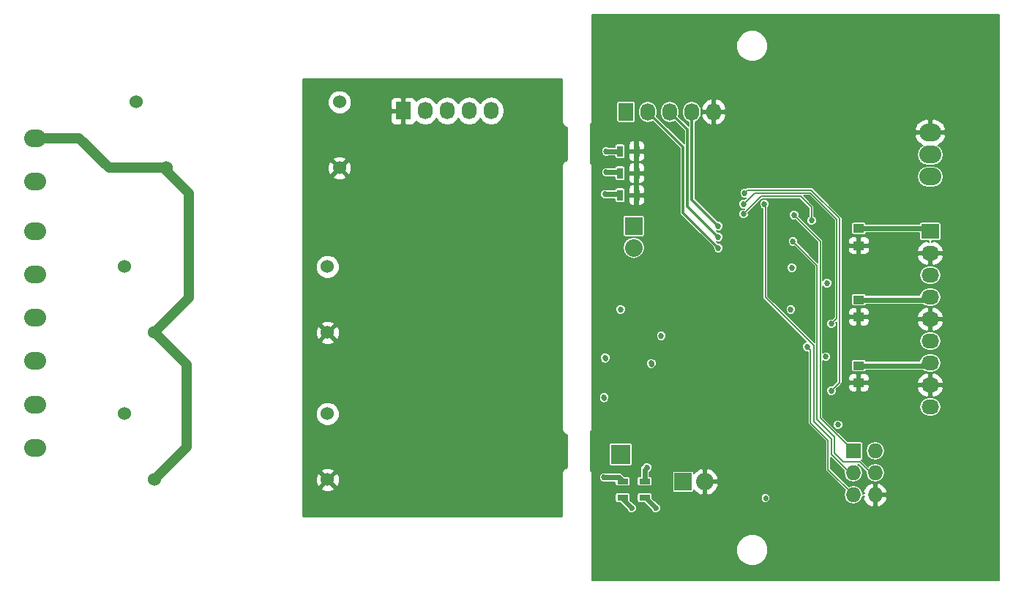
<source format=gbr>
G04 #@! TF.FileFunction,Copper,L4,Bot,Signal*
%FSLAX46Y46*%
G04 Gerber Fmt 4.6, Leading zero omitted, Abs format (unit mm)*
G04 Created by KiCad (PCBNEW 4.0.2-4+6225~38~ubuntu14.04.1-stable) date Mon 26 Dec 2016 11:00:54 AM CET*
%MOMM*%
G01*
G04 APERTURE LIST*
%ADD10C,0.100000*%
%ADD11C,1.524000*%
%ADD12R,0.700000X1.300000*%
%ADD13R,1.250000X1.000000*%
%ADD14R,2.032000X2.032000*%
%ADD15O,2.032000X2.032000*%
%ADD16R,1.727200X1.727200*%
%ADD17O,1.727200X1.727200*%
%ADD18R,1.727200X2.032000*%
%ADD19O,1.727200X2.032000*%
%ADD20R,1.300000X0.700000*%
%ADD21R,2.235200X2.235200*%
%ADD22R,2.032000X1.727200*%
%ADD23O,2.032000X1.727200*%
%ADD24O,2.540000X2.032000*%
%ADD25C,0.685800*%
%ADD26C,0.609600*%
%ADD27C,0.304800*%
%ADD28C,0.152400*%
%ADD29C,1.219200*%
%ADD30C,0.254000*%
G04 APERTURE END LIST*
D10*
D11*
X160263000Y-80274000D03*
X160263000Y-87874000D03*
X140263000Y-87874000D03*
X136763000Y-80274000D03*
X158866000Y-116342000D03*
X158866000Y-123942000D03*
X138866000Y-123942000D03*
X135366000Y-116342000D03*
D12*
X192725000Y-85979000D03*
X194625000Y-85979000D03*
D13*
X220345000Y-96885000D03*
X220345000Y-94885000D03*
X220345000Y-105140000D03*
X220345000Y-103140000D03*
X220345000Y-112760000D03*
X220345000Y-110760000D03*
D14*
X200025000Y-124206000D03*
D15*
X202565000Y-124206000D03*
D14*
X194310000Y-94615000D03*
D15*
X194310000Y-97155000D03*
D16*
X219710000Y-120650000D03*
D17*
X222250000Y-120650000D03*
X219710000Y-123190000D03*
X222250000Y-123190000D03*
X219710000Y-125730000D03*
X222250000Y-125730000D03*
D18*
X193421000Y-81407000D03*
D19*
X195961000Y-81407000D03*
X198501000Y-81407000D03*
X201041000Y-81407000D03*
X203581000Y-81407000D03*
D18*
X167640000Y-81280000D03*
D19*
X170180000Y-81280000D03*
X172720000Y-81280000D03*
X175260000Y-81280000D03*
X177800000Y-81280000D03*
D20*
X195580000Y-124145000D03*
X195580000Y-126045000D03*
X193040000Y-124145000D03*
X193040000Y-126045000D03*
D11*
X158866000Y-99324000D03*
X158866000Y-106924000D03*
X138866000Y-106924000D03*
X135366000Y-99324000D03*
D12*
X192725000Y-88519000D03*
X194625000Y-88519000D03*
X192725000Y-91059000D03*
X194625000Y-91059000D03*
D21*
X192786000Y-121031000D03*
D22*
X228600000Y-95250000D03*
D23*
X228600000Y-97790000D03*
X228600000Y-100330000D03*
X228600000Y-102870000D03*
X228600000Y-105410000D03*
X228600000Y-107950000D03*
X228600000Y-110490000D03*
X228600000Y-113030000D03*
X228600000Y-115570000D03*
D24*
X228600000Y-88900000D03*
X228600000Y-86360000D03*
X228600000Y-83820000D03*
X125095000Y-84455000D03*
X125095000Y-89455000D03*
X125095000Y-95250000D03*
X125095000Y-100250000D03*
X125095000Y-105250000D03*
X125095000Y-110250000D03*
X125095000Y-115250000D03*
X125095000Y-120250000D03*
D25*
X207010000Y-93218000D03*
X214884000Y-93980000D03*
X217170000Y-105918000D03*
X207010000Y-92075000D03*
X217170000Y-113665000D03*
X207137000Y-90805000D03*
X212725000Y-96393000D03*
X214376000Y-108585000D03*
X212852000Y-93345000D03*
X209423000Y-92075000D03*
X204089000Y-94615000D03*
X204089000Y-95885000D03*
X204089000Y-97155000D03*
X197485000Y-107315000D03*
X190881000Y-114427000D03*
X196342000Y-110490000D03*
X195834000Y-122555000D03*
X212598000Y-99441000D03*
X212471000Y-104267000D03*
X216535000Y-109728000D03*
X216662000Y-101219000D03*
X190881000Y-123698000D03*
X192786000Y-104267000D03*
X191008000Y-109855000D03*
X217932000Y-117602000D03*
X191135000Y-85979000D03*
X191135000Y-88392000D03*
X191008000Y-90932000D03*
X196850000Y-127254000D03*
X194056000Y-127254000D03*
D26*
X209550000Y-126111000D02*
X209550000Y-126045000D01*
D27*
X203835000Y-81534000D02*
X203962000Y-81661000D01*
D28*
X209042000Y-91186000D02*
X207010000Y-93218000D01*
X213614000Y-91186000D02*
X209042000Y-91186000D01*
X214884000Y-92456000D02*
X213614000Y-91186000D01*
X214884000Y-93980000D02*
X214884000Y-92456000D01*
X217805000Y-93853000D02*
X217805000Y-105283000D01*
X217805000Y-105283000D02*
X217170000Y-105918000D01*
X214757000Y-90805000D02*
X217805000Y-93853000D01*
X208280000Y-90805000D02*
X214757000Y-90805000D01*
X207010000Y-92075000D02*
X208280000Y-90805000D01*
X217512899Y-113322101D02*
X217170000Y-113665000D01*
X218109809Y-112725191D02*
X217512899Y-113322101D01*
X218109809Y-93726743D02*
X218109809Y-112725191D01*
X214845167Y-90462101D02*
X218109809Y-93726743D01*
X207479899Y-90462101D02*
X214845167Y-90462101D01*
X207137000Y-90805000D02*
X207479899Y-90462101D01*
X222250000Y-123190000D02*
X221742000Y-123190000D01*
X221742000Y-123190000D02*
X220472000Y-121920000D01*
X215519000Y-99187000D02*
X212725000Y-96393000D01*
X215519000Y-116967000D02*
X215519000Y-99187000D01*
X217551000Y-118999000D02*
X215519000Y-116967000D01*
X217551000Y-120904000D02*
X217551000Y-118999000D01*
X218567000Y-121920000D02*
X217551000Y-120904000D01*
X220472000Y-121920000D02*
X218567000Y-121920000D01*
X216789000Y-122809000D02*
X219710000Y-125730000D01*
X216789000Y-119430802D02*
X216789000Y-122809000D01*
X214757000Y-117398802D02*
X216789000Y-119430802D01*
X214757000Y-108966000D02*
X214757000Y-117398802D01*
X214376000Y-108585000D02*
X214757000Y-108966000D01*
X219710000Y-125730000D02*
X219710000Y-125349000D01*
X219710000Y-120650000D02*
X215900000Y-116840000D01*
X215900000Y-96393000D02*
X212852000Y-93345000D01*
X215900000Y-116840000D02*
X215900000Y-96393000D01*
X217170000Y-121031000D02*
X219329000Y-123190000D01*
X217170000Y-119253000D02*
X217170000Y-121031000D01*
X215138000Y-117221000D02*
X217170000Y-119253000D01*
X215138000Y-108458000D02*
X215138000Y-117221000D01*
X209550000Y-102870000D02*
X215138000Y-108458000D01*
X209550000Y-92202000D02*
X209550000Y-102870000D01*
X209423000Y-92075000D02*
X209550000Y-92202000D01*
X219329000Y-123190000D02*
X219710000Y-123190000D01*
X219329000Y-123190000D02*
X219710000Y-123190000D01*
X219710000Y-123190000D02*
X219329000Y-123190000D01*
D29*
X125095000Y-84455000D02*
X130175000Y-84455000D01*
X133594000Y-87874000D02*
X140263000Y-87874000D01*
X130175000Y-84455000D02*
X133594000Y-87874000D01*
X140263000Y-87874000D02*
X140263000Y-88193000D01*
X140263000Y-88193000D02*
X142875000Y-90805000D01*
X142875000Y-102915000D02*
X138866000Y-106924000D01*
X142875000Y-90805000D02*
X142875000Y-102915000D01*
X139075000Y-106924000D02*
X139075000Y-107071000D01*
X139075000Y-107071000D02*
X142621000Y-110617000D01*
X142621000Y-110617000D02*
X142621000Y-120187000D01*
X142621000Y-120187000D02*
X138866000Y-123942000D01*
D27*
X201041000Y-81407000D02*
X201041000Y-90932000D01*
X201041000Y-91567000D02*
X204089000Y-94615000D01*
X201041000Y-90932000D02*
X201041000Y-91567000D01*
X198501000Y-81407000D02*
X200533000Y-83439000D01*
X200533000Y-92329000D02*
X204089000Y-95885000D01*
X200533000Y-83439000D02*
X200533000Y-92329000D01*
X195961000Y-81407000D02*
X200025000Y-85471000D01*
X200025000Y-93091000D02*
X204089000Y-97155000D01*
X200025000Y-85471000D02*
X200025000Y-93091000D01*
D26*
X190881000Y-114427000D02*
X190881000Y-114554000D01*
X196342000Y-110490000D02*
X196342000Y-110617000D01*
X195580000Y-124145000D02*
X195580000Y-122809000D01*
X195580000Y-122809000D02*
X195834000Y-122555000D01*
X220345000Y-94885000D02*
X228235000Y-94885000D01*
X228235000Y-94885000D02*
X228600000Y-95250000D01*
X220345000Y-103140000D02*
X228330000Y-103140000D01*
X228330000Y-103140000D02*
X228600000Y-102870000D01*
X220345000Y-110760000D02*
X228330000Y-110760000D01*
X228330000Y-110760000D02*
X228600000Y-110490000D01*
X193040000Y-124145000D02*
X192593000Y-123698000D01*
X192593000Y-123698000D02*
X190881000Y-123698000D01*
X191008000Y-109855000D02*
X191008000Y-109982000D01*
X191135000Y-85979000D02*
X192725000Y-85979000D01*
X191135000Y-88392000D02*
X192598000Y-88392000D01*
X192598000Y-88392000D02*
X192725000Y-88519000D01*
X191008000Y-90932000D02*
X192598000Y-90932000D01*
X192598000Y-90932000D02*
X192725000Y-91059000D01*
X158866000Y-106924000D02*
X159252000Y-106924000D01*
X196850000Y-127254000D02*
X195641000Y-126045000D01*
X195641000Y-126045000D02*
X195580000Y-126045000D01*
X194056000Y-127254000D02*
X193040000Y-126238000D01*
X193040000Y-126238000D02*
X193040000Y-126045000D01*
D30*
G36*
X185980000Y-82550000D02*
X186034046Y-82821705D01*
X186187954Y-83052046D01*
X186418295Y-83205954D01*
X186563000Y-83234738D01*
X186563000Y-86945262D01*
X186418295Y-86974046D01*
X186187954Y-87127954D01*
X186034046Y-87358295D01*
X185980000Y-87630000D01*
X185980000Y-118110000D01*
X186034046Y-118381705D01*
X186187954Y-118612046D01*
X186418295Y-118765954D01*
X186563000Y-118794738D01*
X186563000Y-122505262D01*
X186418295Y-122534046D01*
X186187954Y-122687954D01*
X186034046Y-122918295D01*
X185980000Y-123190000D01*
X185980000Y-128143000D01*
X156083000Y-128143000D01*
X156083000Y-124922213D01*
X158065392Y-124922213D01*
X158134857Y-125164397D01*
X158658302Y-125351144D01*
X159213368Y-125323362D01*
X159597143Y-125164397D01*
X159666608Y-124922213D01*
X158866000Y-124121605D01*
X158065392Y-124922213D01*
X156083000Y-124922213D01*
X156083000Y-123734302D01*
X157456856Y-123734302D01*
X157484638Y-124289368D01*
X157643603Y-124673143D01*
X157885787Y-124742608D01*
X158686395Y-123942000D01*
X159045605Y-123942000D01*
X159846213Y-124742608D01*
X160088397Y-124673143D01*
X160275144Y-124149698D01*
X160247362Y-123594632D01*
X160088397Y-123210857D01*
X159846213Y-123141392D01*
X159045605Y-123942000D01*
X158686395Y-123942000D01*
X157885787Y-123141392D01*
X157643603Y-123210857D01*
X157456856Y-123734302D01*
X156083000Y-123734302D01*
X156083000Y-122961787D01*
X158065392Y-122961787D01*
X158866000Y-123762395D01*
X159666608Y-122961787D01*
X159597143Y-122719603D01*
X159073698Y-122532856D01*
X158518632Y-122560638D01*
X158134857Y-122719603D01*
X158065392Y-122961787D01*
X156083000Y-122961787D01*
X156083000Y-116618661D01*
X157468758Y-116618661D01*
X157680990Y-117132303D01*
X158073630Y-117525629D01*
X158586900Y-117738757D01*
X159142661Y-117739242D01*
X159656303Y-117527010D01*
X160049629Y-117134370D01*
X160262757Y-116621100D01*
X160263242Y-116065339D01*
X160051010Y-115551697D01*
X159658370Y-115158371D01*
X159145100Y-114945243D01*
X158589339Y-114944758D01*
X158075697Y-115156990D01*
X157682371Y-115549630D01*
X157469243Y-116062900D01*
X157468758Y-116618661D01*
X156083000Y-116618661D01*
X156083000Y-107904213D01*
X158065392Y-107904213D01*
X158134857Y-108146397D01*
X158658302Y-108333144D01*
X159213368Y-108305362D01*
X159597143Y-108146397D01*
X159666608Y-107904213D01*
X158866000Y-107103605D01*
X158065392Y-107904213D01*
X156083000Y-107904213D01*
X156083000Y-106716302D01*
X157456856Y-106716302D01*
X157484638Y-107271368D01*
X157643603Y-107655143D01*
X157885787Y-107724608D01*
X158686395Y-106924000D01*
X159045605Y-106924000D01*
X159846213Y-107724608D01*
X160088397Y-107655143D01*
X160275144Y-107131698D01*
X160247362Y-106576632D01*
X160088397Y-106192857D01*
X159846213Y-106123392D01*
X159045605Y-106924000D01*
X158686395Y-106924000D01*
X157885787Y-106123392D01*
X157643603Y-106192857D01*
X157456856Y-106716302D01*
X156083000Y-106716302D01*
X156083000Y-105943787D01*
X158065392Y-105943787D01*
X158866000Y-106744395D01*
X159666608Y-105943787D01*
X159597143Y-105701603D01*
X159073698Y-105514856D01*
X158518632Y-105542638D01*
X158134857Y-105701603D01*
X158065392Y-105943787D01*
X156083000Y-105943787D01*
X156083000Y-99600661D01*
X157468758Y-99600661D01*
X157680990Y-100114303D01*
X158073630Y-100507629D01*
X158586900Y-100720757D01*
X159142661Y-100721242D01*
X159656303Y-100509010D01*
X160049629Y-100116370D01*
X160262757Y-99603100D01*
X160263242Y-99047339D01*
X160051010Y-98533697D01*
X159658370Y-98140371D01*
X159145100Y-97927243D01*
X158589339Y-97926758D01*
X158075697Y-98138990D01*
X157682371Y-98531630D01*
X157469243Y-99044900D01*
X157468758Y-99600661D01*
X156083000Y-99600661D01*
X156083000Y-88854213D01*
X159462392Y-88854213D01*
X159531857Y-89096397D01*
X160055302Y-89283144D01*
X160610368Y-89255362D01*
X160994143Y-89096397D01*
X161063608Y-88854213D01*
X160263000Y-88053605D01*
X159462392Y-88854213D01*
X156083000Y-88854213D01*
X156083000Y-87666302D01*
X158853856Y-87666302D01*
X158881638Y-88221368D01*
X159040603Y-88605143D01*
X159282787Y-88674608D01*
X160083395Y-87874000D01*
X160442605Y-87874000D01*
X161243213Y-88674608D01*
X161485397Y-88605143D01*
X161672144Y-88081698D01*
X161644362Y-87526632D01*
X161485397Y-87142857D01*
X161243213Y-87073392D01*
X160442605Y-87874000D01*
X160083395Y-87874000D01*
X159282787Y-87073392D01*
X159040603Y-87142857D01*
X158853856Y-87666302D01*
X156083000Y-87666302D01*
X156083000Y-86893787D01*
X159462392Y-86893787D01*
X160263000Y-87694395D01*
X161063608Y-86893787D01*
X160994143Y-86651603D01*
X160470698Y-86464856D01*
X159915632Y-86492638D01*
X159531857Y-86651603D01*
X159462392Y-86893787D01*
X156083000Y-86893787D01*
X156083000Y-80550661D01*
X158865758Y-80550661D01*
X159077990Y-81064303D01*
X159470630Y-81457629D01*
X159983900Y-81670757D01*
X160539661Y-81671242D01*
X160794971Y-81565750D01*
X166141400Y-81565750D01*
X166141400Y-82422309D01*
X166238073Y-82655698D01*
X166416701Y-82834327D01*
X166650090Y-82931000D01*
X167354250Y-82931000D01*
X167513000Y-82772250D01*
X167513000Y-81407000D01*
X166300150Y-81407000D01*
X166141400Y-81565750D01*
X160794971Y-81565750D01*
X161053303Y-81459010D01*
X161446629Y-81066370D01*
X161659757Y-80553100D01*
X161660119Y-80137691D01*
X166141400Y-80137691D01*
X166141400Y-80994250D01*
X166300150Y-81153000D01*
X167513000Y-81153000D01*
X167513000Y-79787750D01*
X167767000Y-79787750D01*
X167767000Y-81153000D01*
X167787000Y-81153000D01*
X167787000Y-81407000D01*
X167767000Y-81407000D01*
X167767000Y-82772250D01*
X167925750Y-82931000D01*
X168629910Y-82931000D01*
X168863299Y-82834327D01*
X169041927Y-82655698D01*
X169105500Y-82502220D01*
X169120330Y-82524415D01*
X169606511Y-82849271D01*
X170180000Y-82963345D01*
X170753489Y-82849271D01*
X171239670Y-82524415D01*
X171450000Y-82209634D01*
X171660330Y-82524415D01*
X172146511Y-82849271D01*
X172720000Y-82963345D01*
X173293489Y-82849271D01*
X173779670Y-82524415D01*
X173990000Y-82209634D01*
X174200330Y-82524415D01*
X174686511Y-82849271D01*
X175260000Y-82963345D01*
X175833489Y-82849271D01*
X176319670Y-82524415D01*
X176530000Y-82209634D01*
X176740330Y-82524415D01*
X177226511Y-82849271D01*
X177800000Y-82963345D01*
X178373489Y-82849271D01*
X178859670Y-82524415D01*
X179184526Y-82038234D01*
X179298600Y-81464745D01*
X179298600Y-81095255D01*
X179184526Y-80521766D01*
X178859670Y-80035585D01*
X178373489Y-79710729D01*
X177800000Y-79596655D01*
X177226511Y-79710729D01*
X176740330Y-80035585D01*
X176530000Y-80350366D01*
X176319670Y-80035585D01*
X175833489Y-79710729D01*
X175260000Y-79596655D01*
X174686511Y-79710729D01*
X174200330Y-80035585D01*
X173990000Y-80350366D01*
X173779670Y-80035585D01*
X173293489Y-79710729D01*
X172720000Y-79596655D01*
X172146511Y-79710729D01*
X171660330Y-80035585D01*
X171450000Y-80350366D01*
X171239670Y-80035585D01*
X170753489Y-79710729D01*
X170180000Y-79596655D01*
X169606511Y-79710729D01*
X169120330Y-80035585D01*
X169105500Y-80057780D01*
X169041927Y-79904302D01*
X168863299Y-79725673D01*
X168629910Y-79629000D01*
X167925750Y-79629000D01*
X167767000Y-79787750D01*
X167513000Y-79787750D01*
X167354250Y-79629000D01*
X166650090Y-79629000D01*
X166416701Y-79725673D01*
X166238073Y-79904302D01*
X166141400Y-80137691D01*
X161660119Y-80137691D01*
X161660242Y-79997339D01*
X161448010Y-79483697D01*
X161055370Y-79090371D01*
X160542100Y-78877243D01*
X159986339Y-78876758D01*
X159472697Y-79088990D01*
X159079371Y-79481630D01*
X158866243Y-79994900D01*
X158865758Y-80550661D01*
X156083000Y-80550661D01*
X156083000Y-77597000D01*
X185980000Y-77597000D01*
X185980000Y-82550000D01*
X185980000Y-82550000D01*
G37*
X185980000Y-82550000D02*
X186034046Y-82821705D01*
X186187954Y-83052046D01*
X186418295Y-83205954D01*
X186563000Y-83234738D01*
X186563000Y-86945262D01*
X186418295Y-86974046D01*
X186187954Y-87127954D01*
X186034046Y-87358295D01*
X185980000Y-87630000D01*
X185980000Y-118110000D01*
X186034046Y-118381705D01*
X186187954Y-118612046D01*
X186418295Y-118765954D01*
X186563000Y-118794738D01*
X186563000Y-122505262D01*
X186418295Y-122534046D01*
X186187954Y-122687954D01*
X186034046Y-122918295D01*
X185980000Y-123190000D01*
X185980000Y-128143000D01*
X156083000Y-128143000D01*
X156083000Y-124922213D01*
X158065392Y-124922213D01*
X158134857Y-125164397D01*
X158658302Y-125351144D01*
X159213368Y-125323362D01*
X159597143Y-125164397D01*
X159666608Y-124922213D01*
X158866000Y-124121605D01*
X158065392Y-124922213D01*
X156083000Y-124922213D01*
X156083000Y-123734302D01*
X157456856Y-123734302D01*
X157484638Y-124289368D01*
X157643603Y-124673143D01*
X157885787Y-124742608D01*
X158686395Y-123942000D01*
X159045605Y-123942000D01*
X159846213Y-124742608D01*
X160088397Y-124673143D01*
X160275144Y-124149698D01*
X160247362Y-123594632D01*
X160088397Y-123210857D01*
X159846213Y-123141392D01*
X159045605Y-123942000D01*
X158686395Y-123942000D01*
X157885787Y-123141392D01*
X157643603Y-123210857D01*
X157456856Y-123734302D01*
X156083000Y-123734302D01*
X156083000Y-122961787D01*
X158065392Y-122961787D01*
X158866000Y-123762395D01*
X159666608Y-122961787D01*
X159597143Y-122719603D01*
X159073698Y-122532856D01*
X158518632Y-122560638D01*
X158134857Y-122719603D01*
X158065392Y-122961787D01*
X156083000Y-122961787D01*
X156083000Y-116618661D01*
X157468758Y-116618661D01*
X157680990Y-117132303D01*
X158073630Y-117525629D01*
X158586900Y-117738757D01*
X159142661Y-117739242D01*
X159656303Y-117527010D01*
X160049629Y-117134370D01*
X160262757Y-116621100D01*
X160263242Y-116065339D01*
X160051010Y-115551697D01*
X159658370Y-115158371D01*
X159145100Y-114945243D01*
X158589339Y-114944758D01*
X158075697Y-115156990D01*
X157682371Y-115549630D01*
X157469243Y-116062900D01*
X157468758Y-116618661D01*
X156083000Y-116618661D01*
X156083000Y-107904213D01*
X158065392Y-107904213D01*
X158134857Y-108146397D01*
X158658302Y-108333144D01*
X159213368Y-108305362D01*
X159597143Y-108146397D01*
X159666608Y-107904213D01*
X158866000Y-107103605D01*
X158065392Y-107904213D01*
X156083000Y-107904213D01*
X156083000Y-106716302D01*
X157456856Y-106716302D01*
X157484638Y-107271368D01*
X157643603Y-107655143D01*
X157885787Y-107724608D01*
X158686395Y-106924000D01*
X159045605Y-106924000D01*
X159846213Y-107724608D01*
X160088397Y-107655143D01*
X160275144Y-107131698D01*
X160247362Y-106576632D01*
X160088397Y-106192857D01*
X159846213Y-106123392D01*
X159045605Y-106924000D01*
X158686395Y-106924000D01*
X157885787Y-106123392D01*
X157643603Y-106192857D01*
X157456856Y-106716302D01*
X156083000Y-106716302D01*
X156083000Y-105943787D01*
X158065392Y-105943787D01*
X158866000Y-106744395D01*
X159666608Y-105943787D01*
X159597143Y-105701603D01*
X159073698Y-105514856D01*
X158518632Y-105542638D01*
X158134857Y-105701603D01*
X158065392Y-105943787D01*
X156083000Y-105943787D01*
X156083000Y-99600661D01*
X157468758Y-99600661D01*
X157680990Y-100114303D01*
X158073630Y-100507629D01*
X158586900Y-100720757D01*
X159142661Y-100721242D01*
X159656303Y-100509010D01*
X160049629Y-100116370D01*
X160262757Y-99603100D01*
X160263242Y-99047339D01*
X160051010Y-98533697D01*
X159658370Y-98140371D01*
X159145100Y-97927243D01*
X158589339Y-97926758D01*
X158075697Y-98138990D01*
X157682371Y-98531630D01*
X157469243Y-99044900D01*
X157468758Y-99600661D01*
X156083000Y-99600661D01*
X156083000Y-88854213D01*
X159462392Y-88854213D01*
X159531857Y-89096397D01*
X160055302Y-89283144D01*
X160610368Y-89255362D01*
X160994143Y-89096397D01*
X161063608Y-88854213D01*
X160263000Y-88053605D01*
X159462392Y-88854213D01*
X156083000Y-88854213D01*
X156083000Y-87666302D01*
X158853856Y-87666302D01*
X158881638Y-88221368D01*
X159040603Y-88605143D01*
X159282787Y-88674608D01*
X160083395Y-87874000D01*
X160442605Y-87874000D01*
X161243213Y-88674608D01*
X161485397Y-88605143D01*
X161672144Y-88081698D01*
X161644362Y-87526632D01*
X161485397Y-87142857D01*
X161243213Y-87073392D01*
X160442605Y-87874000D01*
X160083395Y-87874000D01*
X159282787Y-87073392D01*
X159040603Y-87142857D01*
X158853856Y-87666302D01*
X156083000Y-87666302D01*
X156083000Y-86893787D01*
X159462392Y-86893787D01*
X160263000Y-87694395D01*
X161063608Y-86893787D01*
X160994143Y-86651603D01*
X160470698Y-86464856D01*
X159915632Y-86492638D01*
X159531857Y-86651603D01*
X159462392Y-86893787D01*
X156083000Y-86893787D01*
X156083000Y-80550661D01*
X158865758Y-80550661D01*
X159077990Y-81064303D01*
X159470630Y-81457629D01*
X159983900Y-81670757D01*
X160539661Y-81671242D01*
X160794971Y-81565750D01*
X166141400Y-81565750D01*
X166141400Y-82422309D01*
X166238073Y-82655698D01*
X166416701Y-82834327D01*
X166650090Y-82931000D01*
X167354250Y-82931000D01*
X167513000Y-82772250D01*
X167513000Y-81407000D01*
X166300150Y-81407000D01*
X166141400Y-81565750D01*
X160794971Y-81565750D01*
X161053303Y-81459010D01*
X161446629Y-81066370D01*
X161659757Y-80553100D01*
X161660119Y-80137691D01*
X166141400Y-80137691D01*
X166141400Y-80994250D01*
X166300150Y-81153000D01*
X167513000Y-81153000D01*
X167513000Y-79787750D01*
X167767000Y-79787750D01*
X167767000Y-81153000D01*
X167787000Y-81153000D01*
X167787000Y-81407000D01*
X167767000Y-81407000D01*
X167767000Y-82772250D01*
X167925750Y-82931000D01*
X168629910Y-82931000D01*
X168863299Y-82834327D01*
X169041927Y-82655698D01*
X169105500Y-82502220D01*
X169120330Y-82524415D01*
X169606511Y-82849271D01*
X170180000Y-82963345D01*
X170753489Y-82849271D01*
X171239670Y-82524415D01*
X171450000Y-82209634D01*
X171660330Y-82524415D01*
X172146511Y-82849271D01*
X172720000Y-82963345D01*
X173293489Y-82849271D01*
X173779670Y-82524415D01*
X173990000Y-82209634D01*
X174200330Y-82524415D01*
X174686511Y-82849271D01*
X175260000Y-82963345D01*
X175833489Y-82849271D01*
X176319670Y-82524415D01*
X176530000Y-82209634D01*
X176740330Y-82524415D01*
X177226511Y-82849271D01*
X177800000Y-82963345D01*
X178373489Y-82849271D01*
X178859670Y-82524415D01*
X179184526Y-82038234D01*
X179298600Y-81464745D01*
X179298600Y-81095255D01*
X179184526Y-80521766D01*
X178859670Y-80035585D01*
X178373489Y-79710729D01*
X177800000Y-79596655D01*
X177226511Y-79710729D01*
X176740330Y-80035585D01*
X176530000Y-80350366D01*
X176319670Y-80035585D01*
X175833489Y-79710729D01*
X175260000Y-79596655D01*
X174686511Y-79710729D01*
X174200330Y-80035585D01*
X173990000Y-80350366D01*
X173779670Y-80035585D01*
X173293489Y-79710729D01*
X172720000Y-79596655D01*
X172146511Y-79710729D01*
X171660330Y-80035585D01*
X171450000Y-80350366D01*
X171239670Y-80035585D01*
X170753489Y-79710729D01*
X170180000Y-79596655D01*
X169606511Y-79710729D01*
X169120330Y-80035585D01*
X169105500Y-80057780D01*
X169041927Y-79904302D01*
X168863299Y-79725673D01*
X168629910Y-79629000D01*
X167925750Y-79629000D01*
X167767000Y-79787750D01*
X167513000Y-79787750D01*
X167354250Y-79629000D01*
X166650090Y-79629000D01*
X166416701Y-79725673D01*
X166238073Y-79904302D01*
X166141400Y-80137691D01*
X161660119Y-80137691D01*
X161660242Y-79997339D01*
X161448010Y-79483697D01*
X161055370Y-79090371D01*
X160542100Y-78877243D01*
X159986339Y-78876758D01*
X159472697Y-79088990D01*
X159079371Y-79481630D01*
X158866243Y-79994900D01*
X158865758Y-80550661D01*
X156083000Y-80550661D01*
X156083000Y-77597000D01*
X185980000Y-77597000D01*
X185980000Y-82550000D01*
D28*
G36*
X236551400Y-135586400D02*
X189533600Y-135586400D01*
X189533600Y-132442135D01*
X206197084Y-132442135D01*
X206474885Y-133114465D01*
X206988829Y-133629307D01*
X207660673Y-133908282D01*
X208388135Y-133908916D01*
X209060465Y-133631115D01*
X209575307Y-133117171D01*
X209854282Y-132445327D01*
X209854916Y-131717865D01*
X209577115Y-131045535D01*
X209063171Y-130530693D01*
X208391327Y-130251718D01*
X207663865Y-130251084D01*
X206991535Y-130528885D01*
X206476693Y-131042829D01*
X206197718Y-131714673D01*
X206197084Y-132442135D01*
X189533600Y-132442135D01*
X189533600Y-125695000D01*
X192156922Y-125695000D01*
X192156922Y-126395000D01*
X192172862Y-126479714D01*
X192222928Y-126557518D01*
X192299320Y-126609715D01*
X192390000Y-126628078D01*
X192675736Y-126628078D01*
X193533383Y-127485725D01*
X193571224Y-127577306D01*
X193731849Y-127738211D01*
X193941823Y-127825400D01*
X194169180Y-127825599D01*
X194379306Y-127738776D01*
X194540211Y-127578151D01*
X194627400Y-127368177D01*
X194627599Y-127140820D01*
X194540776Y-126930694D01*
X194380151Y-126769789D01*
X194287772Y-126731430D01*
X193923078Y-126366736D01*
X193923078Y-125695000D01*
X194696922Y-125695000D01*
X194696922Y-126395000D01*
X194712862Y-126479714D01*
X194762928Y-126557518D01*
X194839320Y-126609715D01*
X194930000Y-126628078D01*
X195469736Y-126628078D01*
X196327383Y-127485725D01*
X196365224Y-127577306D01*
X196525849Y-127738211D01*
X196735823Y-127825400D01*
X196963180Y-127825599D01*
X197173306Y-127738776D01*
X197334211Y-127578151D01*
X197421400Y-127368177D01*
X197421599Y-127140820D01*
X197334776Y-126930694D01*
X197174151Y-126769789D01*
X197081772Y-126731430D01*
X196463078Y-126112736D01*
X196463078Y-126045000D01*
X209016600Y-126045000D01*
X209016600Y-126111000D01*
X209057203Y-126315123D01*
X209172829Y-126488171D01*
X209345877Y-126603797D01*
X209550000Y-126644400D01*
X209754123Y-126603797D01*
X209927171Y-126488171D01*
X210042797Y-126315123D01*
X210083400Y-126111000D01*
X210083400Y-126045000D01*
X210042797Y-125840877D01*
X209927171Y-125667829D01*
X209754123Y-125552203D01*
X209550000Y-125511600D01*
X209345877Y-125552203D01*
X209172829Y-125667829D01*
X209057203Y-125840877D01*
X209016600Y-126045000D01*
X196463078Y-126045000D01*
X196463078Y-125695000D01*
X196447138Y-125610286D01*
X196397072Y-125532482D01*
X196320680Y-125480285D01*
X196230000Y-125461922D01*
X194930000Y-125461922D01*
X194845286Y-125477862D01*
X194767482Y-125527928D01*
X194715285Y-125604320D01*
X194696922Y-125695000D01*
X193923078Y-125695000D01*
X193907138Y-125610286D01*
X193857072Y-125532482D01*
X193780680Y-125480285D01*
X193690000Y-125461922D01*
X192390000Y-125461922D01*
X192305286Y-125477862D01*
X192227482Y-125527928D01*
X192175285Y-125604320D01*
X192156922Y-125695000D01*
X189533600Y-125695000D01*
X189533600Y-123811180D01*
X190309401Y-123811180D01*
X190396224Y-124021306D01*
X190556849Y-124182211D01*
X190766823Y-124269400D01*
X190994180Y-124269599D01*
X191086628Y-124231400D01*
X192156922Y-124231400D01*
X192156922Y-124495000D01*
X192172862Y-124579714D01*
X192222928Y-124657518D01*
X192299320Y-124709715D01*
X192390000Y-124728078D01*
X193690000Y-124728078D01*
X193774714Y-124712138D01*
X193852518Y-124662072D01*
X193904715Y-124585680D01*
X193923078Y-124495000D01*
X193923078Y-123795000D01*
X194696922Y-123795000D01*
X194696922Y-124495000D01*
X194712862Y-124579714D01*
X194762928Y-124657518D01*
X194839320Y-124709715D01*
X194930000Y-124728078D01*
X196230000Y-124728078D01*
X196314714Y-124712138D01*
X196392518Y-124662072D01*
X196444715Y-124585680D01*
X196463078Y-124495000D01*
X196463078Y-123795000D01*
X196447138Y-123710286D01*
X196397072Y-123632482D01*
X196320680Y-123580285D01*
X196230000Y-123561922D01*
X196113400Y-123561922D01*
X196113400Y-123190000D01*
X198775922Y-123190000D01*
X198775922Y-125222000D01*
X198791862Y-125306714D01*
X198841928Y-125384518D01*
X198918320Y-125436715D01*
X199009000Y-125455078D01*
X201041000Y-125455078D01*
X201125714Y-125439138D01*
X201203518Y-125389072D01*
X201255715Y-125312680D01*
X201274078Y-125222000D01*
X201274078Y-125132957D01*
X201301943Y-125188531D01*
X201774086Y-125597091D01*
X202140613Y-125748899D01*
X202387200Y-125649239D01*
X202387200Y-124383800D01*
X202742800Y-124383800D01*
X202742800Y-125649239D01*
X202989387Y-125748899D01*
X203355914Y-125597091D01*
X203828057Y-125188531D01*
X204107911Y-124630389D01*
X204009254Y-124383800D01*
X202742800Y-124383800D01*
X202387200Y-124383800D01*
X202367200Y-124383800D01*
X202367200Y-124028200D01*
X202387200Y-124028200D01*
X202387200Y-122762761D01*
X202742800Y-122762761D01*
X202742800Y-124028200D01*
X204009254Y-124028200D01*
X204107911Y-123781611D01*
X203828057Y-123223469D01*
X203355914Y-122814909D01*
X202989387Y-122663101D01*
X202742800Y-122762761D01*
X202387200Y-122762761D01*
X202140613Y-122663101D01*
X201774086Y-122814909D01*
X201301943Y-123223469D01*
X201274078Y-123279043D01*
X201274078Y-123190000D01*
X201258138Y-123105286D01*
X201208072Y-123027482D01*
X201131680Y-122975285D01*
X201041000Y-122956922D01*
X199009000Y-122956922D01*
X198924286Y-122972862D01*
X198846482Y-123022928D01*
X198794285Y-123099320D01*
X198775922Y-123190000D01*
X196113400Y-123190000D01*
X196113400Y-123057918D01*
X196157306Y-123039776D01*
X196318211Y-122879151D01*
X196405400Y-122669177D01*
X196405599Y-122441820D01*
X196318776Y-122231694D01*
X196158151Y-122070789D01*
X195948177Y-121983600D01*
X195720820Y-121983401D01*
X195510694Y-122070224D01*
X195349789Y-122230849D01*
X195311430Y-122323228D01*
X195202829Y-122431829D01*
X195087203Y-122604877D01*
X195046600Y-122809000D01*
X195046600Y-123561922D01*
X194930000Y-123561922D01*
X194845286Y-123577862D01*
X194767482Y-123627928D01*
X194715285Y-123704320D01*
X194696922Y-123795000D01*
X193923078Y-123795000D01*
X193907138Y-123710286D01*
X193857072Y-123632482D01*
X193780680Y-123580285D01*
X193690000Y-123561922D01*
X193211263Y-123561922D01*
X192970171Y-123320829D01*
X192797123Y-123205203D01*
X192593000Y-123164600D01*
X191086691Y-123164600D01*
X190995177Y-123126600D01*
X190767820Y-123126401D01*
X190557694Y-123213224D01*
X190396789Y-123373849D01*
X190309600Y-123583823D01*
X190309401Y-123811180D01*
X189533600Y-123811180D01*
X189533600Y-123190000D01*
X189510490Y-123073817D01*
X189444678Y-122975322D01*
X189346183Y-122909510D01*
X189306200Y-122901557D01*
X189306200Y-119913400D01*
X191435322Y-119913400D01*
X191435322Y-122148600D01*
X191451262Y-122233314D01*
X191501328Y-122311118D01*
X191577720Y-122363315D01*
X191668400Y-122381678D01*
X193903600Y-122381678D01*
X193988314Y-122365738D01*
X194066118Y-122315672D01*
X194118315Y-122239280D01*
X194136678Y-122148600D01*
X194136678Y-119913400D01*
X194120738Y-119828686D01*
X194070672Y-119750882D01*
X193994280Y-119698685D01*
X193903600Y-119680322D01*
X191668400Y-119680322D01*
X191583686Y-119696262D01*
X191505882Y-119746328D01*
X191453685Y-119822720D01*
X191435322Y-119913400D01*
X189306200Y-119913400D01*
X189306200Y-118398443D01*
X189346183Y-118390490D01*
X189444678Y-118324678D01*
X189510490Y-118226183D01*
X189533600Y-118110000D01*
X189533600Y-114540180D01*
X190309401Y-114540180D01*
X190377759Y-114705617D01*
X190388203Y-114758123D01*
X190503829Y-114931171D01*
X190676877Y-115046797D01*
X190881000Y-115087400D01*
X191085123Y-115046797D01*
X191258171Y-114931171D01*
X191373797Y-114758123D01*
X191384354Y-114705049D01*
X191452400Y-114541177D01*
X191452599Y-114313820D01*
X191365776Y-114103694D01*
X191205151Y-113942789D01*
X190995177Y-113855600D01*
X190767820Y-113855401D01*
X190557694Y-113942224D01*
X190396789Y-114102849D01*
X190309600Y-114312823D01*
X190309401Y-114540180D01*
X189533600Y-114540180D01*
X189533600Y-110603180D01*
X195770401Y-110603180D01*
X195838759Y-110768617D01*
X195849203Y-110821123D01*
X195964829Y-110994171D01*
X196137877Y-111109797D01*
X196342000Y-111150400D01*
X196546123Y-111109797D01*
X196719171Y-110994171D01*
X196834797Y-110821123D01*
X196845354Y-110768049D01*
X196913400Y-110604177D01*
X196913599Y-110376820D01*
X196826776Y-110166694D01*
X196666151Y-110005789D01*
X196456177Y-109918600D01*
X196228820Y-109918401D01*
X196018694Y-110005224D01*
X195857789Y-110165849D01*
X195770600Y-110375823D01*
X195770401Y-110603180D01*
X189533600Y-110603180D01*
X189533600Y-109968180D01*
X190436401Y-109968180D01*
X190504759Y-110133617D01*
X190515203Y-110186123D01*
X190630829Y-110359171D01*
X190803877Y-110474797D01*
X191008000Y-110515400D01*
X191212123Y-110474797D01*
X191385171Y-110359171D01*
X191500797Y-110186123D01*
X191511354Y-110133049D01*
X191579400Y-109969177D01*
X191579599Y-109741820D01*
X191492776Y-109531694D01*
X191332151Y-109370789D01*
X191122177Y-109283600D01*
X190894820Y-109283401D01*
X190684694Y-109370224D01*
X190523789Y-109530849D01*
X190436600Y-109740823D01*
X190436401Y-109968180D01*
X189533600Y-109968180D01*
X189533600Y-107428180D01*
X196913401Y-107428180D01*
X197000224Y-107638306D01*
X197160849Y-107799211D01*
X197370823Y-107886400D01*
X197598180Y-107886599D01*
X197808306Y-107799776D01*
X197969211Y-107639151D01*
X198056400Y-107429177D01*
X198056599Y-107201820D01*
X197969776Y-106991694D01*
X197809151Y-106830789D01*
X197599177Y-106743600D01*
X197371820Y-106743401D01*
X197161694Y-106830224D01*
X197000789Y-106990849D01*
X196913600Y-107200823D01*
X196913401Y-107428180D01*
X189533600Y-107428180D01*
X189533600Y-104380180D01*
X192214401Y-104380180D01*
X192301224Y-104590306D01*
X192461849Y-104751211D01*
X192671823Y-104838400D01*
X192899180Y-104838599D01*
X193109306Y-104751776D01*
X193270211Y-104591151D01*
X193357400Y-104381177D01*
X193357599Y-104153820D01*
X193270776Y-103943694D01*
X193110151Y-103782789D01*
X192900177Y-103695600D01*
X192672820Y-103695401D01*
X192462694Y-103782224D01*
X192301789Y-103942849D01*
X192214600Y-104152823D01*
X192214401Y-104380180D01*
X189533600Y-104380180D01*
X189533600Y-97155000D01*
X193041017Y-97155000D01*
X193135757Y-97631288D01*
X193405552Y-98035065D01*
X193809329Y-98304860D01*
X194285617Y-98399600D01*
X194334383Y-98399600D01*
X194810671Y-98304860D01*
X195214448Y-98035065D01*
X195484243Y-97631288D01*
X195578983Y-97155000D01*
X195484243Y-96678712D01*
X195214448Y-96274935D01*
X194810671Y-96005140D01*
X194334383Y-95910400D01*
X194285617Y-95910400D01*
X193809329Y-96005140D01*
X193405552Y-96274935D01*
X193135757Y-96678712D01*
X193041017Y-97155000D01*
X189533600Y-97155000D01*
X189533600Y-93599000D01*
X193060922Y-93599000D01*
X193060922Y-95631000D01*
X193076862Y-95715714D01*
X193126928Y-95793518D01*
X193203320Y-95845715D01*
X193294000Y-95864078D01*
X195326000Y-95864078D01*
X195410714Y-95848138D01*
X195488518Y-95798072D01*
X195540715Y-95721680D01*
X195559078Y-95631000D01*
X195559078Y-93599000D01*
X195543138Y-93514286D01*
X195493072Y-93436482D01*
X195416680Y-93384285D01*
X195326000Y-93365922D01*
X193294000Y-93365922D01*
X193209286Y-93381862D01*
X193131482Y-93431928D01*
X193079285Y-93508320D01*
X193060922Y-93599000D01*
X189533600Y-93599000D01*
X189533600Y-91045180D01*
X190436401Y-91045180D01*
X190523224Y-91255306D01*
X190683849Y-91416211D01*
X190893823Y-91503400D01*
X191121180Y-91503599D01*
X191213628Y-91465400D01*
X192141922Y-91465400D01*
X192141922Y-91709000D01*
X192157862Y-91793714D01*
X192207928Y-91871518D01*
X192284320Y-91923715D01*
X192375000Y-91942078D01*
X193075000Y-91942078D01*
X193159714Y-91926138D01*
X193237518Y-91876072D01*
X193289715Y-91799680D01*
X193308078Y-91709000D01*
X193308078Y-91382850D01*
X193690800Y-91382850D01*
X193690800Y-91825204D01*
X193779739Y-92039922D01*
X193944077Y-92204261D01*
X194158795Y-92293200D01*
X194303950Y-92293200D01*
X194450000Y-92147150D01*
X194450000Y-91236800D01*
X194800000Y-91236800D01*
X194800000Y-92147150D01*
X194946050Y-92293200D01*
X195091205Y-92293200D01*
X195305923Y-92204261D01*
X195470261Y-92039922D01*
X195559200Y-91825204D01*
X195559200Y-91382850D01*
X195413150Y-91236800D01*
X194800000Y-91236800D01*
X194450000Y-91236800D01*
X193836850Y-91236800D01*
X193690800Y-91382850D01*
X193308078Y-91382850D01*
X193308078Y-90409000D01*
X193292138Y-90324286D01*
X193271875Y-90292796D01*
X193690800Y-90292796D01*
X193690800Y-90735150D01*
X193836850Y-90881200D01*
X194450000Y-90881200D01*
X194450000Y-89970850D01*
X194800000Y-89970850D01*
X194800000Y-90881200D01*
X195413150Y-90881200D01*
X195559200Y-90735150D01*
X195559200Y-90292796D01*
X195470261Y-90078078D01*
X195305923Y-89913739D01*
X195091205Y-89824800D01*
X194946050Y-89824800D01*
X194800000Y-89970850D01*
X194450000Y-89970850D01*
X194303950Y-89824800D01*
X194158795Y-89824800D01*
X193944077Y-89913739D01*
X193779739Y-90078078D01*
X193690800Y-90292796D01*
X193271875Y-90292796D01*
X193242072Y-90246482D01*
X193165680Y-90194285D01*
X193075000Y-90175922D01*
X192375000Y-90175922D01*
X192290286Y-90191862D01*
X192212482Y-90241928D01*
X192160285Y-90318320D01*
X192144028Y-90398600D01*
X191213691Y-90398600D01*
X191122177Y-90360600D01*
X190894820Y-90360401D01*
X190684694Y-90447224D01*
X190523789Y-90607849D01*
X190436600Y-90817823D01*
X190436401Y-91045180D01*
X189533600Y-91045180D01*
X189533600Y-88505180D01*
X190563401Y-88505180D01*
X190650224Y-88715306D01*
X190810849Y-88876211D01*
X191020823Y-88963400D01*
X191248180Y-88963599D01*
X191340628Y-88925400D01*
X192141922Y-88925400D01*
X192141922Y-89169000D01*
X192157862Y-89253714D01*
X192207928Y-89331518D01*
X192284320Y-89383715D01*
X192375000Y-89402078D01*
X193075000Y-89402078D01*
X193159714Y-89386138D01*
X193237518Y-89336072D01*
X193289715Y-89259680D01*
X193308078Y-89169000D01*
X193308078Y-88842850D01*
X193690800Y-88842850D01*
X193690800Y-89285204D01*
X193779739Y-89499922D01*
X193944077Y-89664261D01*
X194158795Y-89753200D01*
X194303950Y-89753200D01*
X194450000Y-89607150D01*
X194450000Y-88696800D01*
X194800000Y-88696800D01*
X194800000Y-89607150D01*
X194946050Y-89753200D01*
X195091205Y-89753200D01*
X195305923Y-89664261D01*
X195470261Y-89499922D01*
X195559200Y-89285204D01*
X195559200Y-88842850D01*
X195413150Y-88696800D01*
X194800000Y-88696800D01*
X194450000Y-88696800D01*
X193836850Y-88696800D01*
X193690800Y-88842850D01*
X193308078Y-88842850D01*
X193308078Y-87869000D01*
X193292138Y-87784286D01*
X193271875Y-87752796D01*
X193690800Y-87752796D01*
X193690800Y-88195150D01*
X193836850Y-88341200D01*
X194450000Y-88341200D01*
X194450000Y-87430850D01*
X194800000Y-87430850D01*
X194800000Y-88341200D01*
X195413150Y-88341200D01*
X195559200Y-88195150D01*
X195559200Y-87752796D01*
X195470261Y-87538078D01*
X195305923Y-87373739D01*
X195091205Y-87284800D01*
X194946050Y-87284800D01*
X194800000Y-87430850D01*
X194450000Y-87430850D01*
X194303950Y-87284800D01*
X194158795Y-87284800D01*
X193944077Y-87373739D01*
X193779739Y-87538078D01*
X193690800Y-87752796D01*
X193271875Y-87752796D01*
X193242072Y-87706482D01*
X193165680Y-87654285D01*
X193075000Y-87635922D01*
X192375000Y-87635922D01*
X192290286Y-87651862D01*
X192212482Y-87701928D01*
X192160285Y-87778320D01*
X192144028Y-87858600D01*
X191340691Y-87858600D01*
X191249177Y-87820600D01*
X191021820Y-87820401D01*
X190811694Y-87907224D01*
X190650789Y-88067849D01*
X190563600Y-88277823D01*
X190563401Y-88505180D01*
X189533600Y-88505180D01*
X189533600Y-87630000D01*
X189510490Y-87513817D01*
X189444678Y-87415322D01*
X189346183Y-87349510D01*
X189306200Y-87341557D01*
X189306200Y-86092180D01*
X190563401Y-86092180D01*
X190650224Y-86302306D01*
X190810849Y-86463211D01*
X191020823Y-86550400D01*
X191248180Y-86550599D01*
X191340628Y-86512400D01*
X192141922Y-86512400D01*
X192141922Y-86629000D01*
X192157862Y-86713714D01*
X192207928Y-86791518D01*
X192284320Y-86843715D01*
X192375000Y-86862078D01*
X193075000Y-86862078D01*
X193159714Y-86846138D01*
X193237518Y-86796072D01*
X193289715Y-86719680D01*
X193308078Y-86629000D01*
X193308078Y-86302850D01*
X193690800Y-86302850D01*
X193690800Y-86745204D01*
X193779739Y-86959922D01*
X193944077Y-87124261D01*
X194158795Y-87213200D01*
X194303950Y-87213200D01*
X194450000Y-87067150D01*
X194450000Y-86156800D01*
X194800000Y-86156800D01*
X194800000Y-87067150D01*
X194946050Y-87213200D01*
X195091205Y-87213200D01*
X195305923Y-87124261D01*
X195470261Y-86959922D01*
X195559200Y-86745204D01*
X195559200Y-86302850D01*
X195413150Y-86156800D01*
X194800000Y-86156800D01*
X194450000Y-86156800D01*
X193836850Y-86156800D01*
X193690800Y-86302850D01*
X193308078Y-86302850D01*
X193308078Y-85329000D01*
X193292138Y-85244286D01*
X193271875Y-85212796D01*
X193690800Y-85212796D01*
X193690800Y-85655150D01*
X193836850Y-85801200D01*
X194450000Y-85801200D01*
X194450000Y-84890850D01*
X194800000Y-84890850D01*
X194800000Y-85801200D01*
X195413150Y-85801200D01*
X195559200Y-85655150D01*
X195559200Y-85212796D01*
X195470261Y-84998078D01*
X195305923Y-84833739D01*
X195091205Y-84744800D01*
X194946050Y-84744800D01*
X194800000Y-84890850D01*
X194450000Y-84890850D01*
X194303950Y-84744800D01*
X194158795Y-84744800D01*
X193944077Y-84833739D01*
X193779739Y-84998078D01*
X193690800Y-85212796D01*
X193271875Y-85212796D01*
X193242072Y-85166482D01*
X193165680Y-85114285D01*
X193075000Y-85095922D01*
X192375000Y-85095922D01*
X192290286Y-85111862D01*
X192212482Y-85161928D01*
X192160285Y-85238320D01*
X192141922Y-85329000D01*
X192141922Y-85445600D01*
X191340691Y-85445600D01*
X191249177Y-85407600D01*
X191021820Y-85407401D01*
X190811694Y-85494224D01*
X190650789Y-85654849D01*
X190563600Y-85864823D01*
X190563401Y-86092180D01*
X189306200Y-86092180D01*
X189306200Y-82838443D01*
X189346183Y-82830490D01*
X189444678Y-82764678D01*
X189510490Y-82666183D01*
X189533600Y-82550000D01*
X189533600Y-80391000D01*
X192324322Y-80391000D01*
X192324322Y-82423000D01*
X192340262Y-82507714D01*
X192390328Y-82585518D01*
X192466720Y-82637715D01*
X192557400Y-82656078D01*
X194284600Y-82656078D01*
X194369314Y-82640138D01*
X194447118Y-82590072D01*
X194499315Y-82513680D01*
X194517678Y-82423000D01*
X194517678Y-81230217D01*
X194868800Y-81230217D01*
X194868800Y-81583783D01*
X194951939Y-82001750D01*
X195188698Y-82356085D01*
X195543033Y-82592844D01*
X195961000Y-82675983D01*
X196378967Y-82592844D01*
X196516279Y-82501095D01*
X199644000Y-85628816D01*
X199644000Y-93091000D01*
X199673002Y-93236803D01*
X199755592Y-93360408D01*
X203517529Y-97122345D01*
X203517401Y-97268180D01*
X203604224Y-97478306D01*
X203764849Y-97639211D01*
X203974823Y-97726400D01*
X204202180Y-97726599D01*
X204412306Y-97639776D01*
X204573211Y-97479151D01*
X204660400Y-97269177D01*
X204660599Y-97041820D01*
X204573776Y-96831694D01*
X204413151Y-96670789D01*
X204203177Y-96583600D01*
X204056287Y-96583471D01*
X203896831Y-96424015D01*
X203974823Y-96456400D01*
X204202180Y-96456599D01*
X204412306Y-96369776D01*
X204573211Y-96209151D01*
X204660400Y-95999177D01*
X204660599Y-95771820D01*
X204573776Y-95561694D01*
X204413151Y-95400789D01*
X204203177Y-95313600D01*
X204056287Y-95313471D01*
X203896829Y-95154014D01*
X203974823Y-95186400D01*
X204202180Y-95186599D01*
X204412306Y-95099776D01*
X204573211Y-94939151D01*
X204660400Y-94729177D01*
X204660599Y-94501820D01*
X204573776Y-94291694D01*
X204413151Y-94130789D01*
X204203177Y-94043600D01*
X204056287Y-94043471D01*
X202200996Y-92188180D01*
X206438401Y-92188180D01*
X206525224Y-92398306D01*
X206685849Y-92559211D01*
X206895823Y-92646400D01*
X207123180Y-92646599D01*
X207169480Y-92627468D01*
X207142669Y-92654279D01*
X207124177Y-92646600D01*
X206896820Y-92646401D01*
X206686694Y-92733224D01*
X206525789Y-92893849D01*
X206438600Y-93103823D01*
X206438401Y-93331180D01*
X206525224Y-93541306D01*
X206685849Y-93702211D01*
X206895823Y-93789400D01*
X207123180Y-93789599D01*
X207333306Y-93702776D01*
X207494211Y-93542151D01*
X207581400Y-93332177D01*
X207581599Y-93104820D01*
X207573597Y-93085455D01*
X208470872Y-92188180D01*
X208851401Y-92188180D01*
X208938224Y-92398306D01*
X209098849Y-92559211D01*
X209245200Y-92619981D01*
X209245200Y-102870000D01*
X209268402Y-102986642D01*
X209334474Y-103085526D01*
X214262487Y-108013539D01*
X214052694Y-108100224D01*
X213891789Y-108260849D01*
X213804600Y-108470823D01*
X213804401Y-108698180D01*
X213891224Y-108908306D01*
X214051849Y-109069211D01*
X214261823Y-109156400D01*
X214452200Y-109156567D01*
X214452200Y-117398802D01*
X214475402Y-117515444D01*
X214541474Y-117614328D01*
X216484200Y-119557054D01*
X216484200Y-122809000D01*
X216507402Y-122925642D01*
X216573474Y-123024526D01*
X218752216Y-125203268D01*
X218679542Y-125312033D01*
X218596403Y-125730000D01*
X218679542Y-126147967D01*
X218916301Y-126502302D01*
X219270636Y-126739061D01*
X219688603Y-126822200D01*
X219731397Y-126822200D01*
X220149364Y-126739061D01*
X220503699Y-126502302D01*
X220740458Y-126147967D01*
X220802200Y-125837570D01*
X220802200Y-125907802D01*
X220960449Y-125907802D01*
X220858663Y-126130382D01*
X220983052Y-126430719D01*
X221347646Y-126862220D01*
X221849615Y-127121351D01*
X222072200Y-127020805D01*
X222072200Y-125907800D01*
X222427800Y-125907800D01*
X222427800Y-127020805D01*
X222650385Y-127121351D01*
X223152354Y-126862220D01*
X223516948Y-126430719D01*
X223641337Y-126130382D01*
X223539550Y-125907800D01*
X222427800Y-125907800D01*
X222072200Y-125907800D01*
X222052200Y-125907800D01*
X222052200Y-125552200D01*
X222072200Y-125552200D01*
X222072200Y-124439195D01*
X222427800Y-124439195D01*
X222427800Y-125552200D01*
X223539550Y-125552200D01*
X223641337Y-125329618D01*
X223516948Y-125029281D01*
X223152354Y-124597780D01*
X222650385Y-124338649D01*
X222427800Y-124439195D01*
X222072200Y-124439195D01*
X221849615Y-124338649D01*
X221347646Y-124597780D01*
X220983052Y-125029281D01*
X220858663Y-125329618D01*
X220960449Y-125552198D01*
X220802200Y-125552198D01*
X220802200Y-125622430D01*
X220740458Y-125312033D01*
X220503699Y-124957698D01*
X220149364Y-124720939D01*
X219731397Y-124637800D01*
X219688603Y-124637800D01*
X219270636Y-124720939D01*
X219187524Y-124776472D01*
X217093800Y-122682748D01*
X217093800Y-121385852D01*
X218646433Y-122938485D01*
X218596403Y-123190000D01*
X218679542Y-123607967D01*
X218916301Y-123962302D01*
X219270636Y-124199061D01*
X219688603Y-124282200D01*
X219731397Y-124282200D01*
X220149364Y-124199061D01*
X220503699Y-123962302D01*
X220740458Y-123607967D01*
X220823597Y-123190000D01*
X220740458Y-122772033D01*
X220503699Y-122417698D01*
X220215007Y-122224800D01*
X220345748Y-122224800D01*
X221165362Y-123044414D01*
X221136403Y-123190000D01*
X221219542Y-123607967D01*
X221456301Y-123962302D01*
X221810636Y-124199061D01*
X222228603Y-124282200D01*
X222271397Y-124282200D01*
X222689364Y-124199061D01*
X223043699Y-123962302D01*
X223280458Y-123607967D01*
X223363597Y-123190000D01*
X223280458Y-122772033D01*
X223043699Y-122417698D01*
X222689364Y-122180939D01*
X222271397Y-122097800D01*
X222228603Y-122097800D01*
X221810636Y-122180939D01*
X221456301Y-122417698D01*
X221434050Y-122450998D01*
X220692069Y-121709017D01*
X220736118Y-121680672D01*
X220788315Y-121604280D01*
X220806678Y-121513600D01*
X220806678Y-120650000D01*
X221136403Y-120650000D01*
X221219542Y-121067967D01*
X221456301Y-121422302D01*
X221810636Y-121659061D01*
X222228603Y-121742200D01*
X222271397Y-121742200D01*
X222689364Y-121659061D01*
X223043699Y-121422302D01*
X223280458Y-121067967D01*
X223363597Y-120650000D01*
X223280458Y-120232033D01*
X223043699Y-119877698D01*
X222689364Y-119640939D01*
X222271397Y-119557800D01*
X222228603Y-119557800D01*
X221810636Y-119640939D01*
X221456301Y-119877698D01*
X221219542Y-120232033D01*
X221136403Y-120650000D01*
X220806678Y-120650000D01*
X220806678Y-119786400D01*
X220790738Y-119701686D01*
X220740672Y-119623882D01*
X220664280Y-119571685D01*
X220573600Y-119553322D01*
X219044374Y-119553322D01*
X217206232Y-117715180D01*
X217360401Y-117715180D01*
X217447224Y-117925306D01*
X217607849Y-118086211D01*
X217817823Y-118173400D01*
X218045180Y-118173599D01*
X218255306Y-118086776D01*
X218416211Y-117926151D01*
X218503400Y-117716177D01*
X218503599Y-117488820D01*
X218416776Y-117278694D01*
X218256151Y-117117789D01*
X218046177Y-117030600D01*
X217818820Y-117030401D01*
X217608694Y-117117224D01*
X217447789Y-117277849D01*
X217360600Y-117487823D01*
X217360401Y-117715180D01*
X217206232Y-117715180D01*
X216204800Y-116713748D01*
X216204800Y-115570000D01*
X227331017Y-115570000D01*
X227414156Y-115987967D01*
X227650915Y-116342302D01*
X228005250Y-116579061D01*
X228423217Y-116662200D01*
X228776783Y-116662200D01*
X229194750Y-116579061D01*
X229549085Y-116342302D01*
X229785844Y-115987967D01*
X229868983Y-115570000D01*
X229785844Y-115152033D01*
X229549085Y-114797698D01*
X229194750Y-114560939D01*
X228776783Y-114477800D01*
X228423217Y-114477800D01*
X228005250Y-114560939D01*
X227650915Y-114797698D01*
X227414156Y-115152033D01*
X227331017Y-115570000D01*
X216204800Y-115570000D01*
X216204800Y-110206151D01*
X216210849Y-110212211D01*
X216420823Y-110299400D01*
X216648180Y-110299599D01*
X216858306Y-110212776D01*
X217019211Y-110052151D01*
X217106400Y-109842177D01*
X217106599Y-109614820D01*
X217019776Y-109404694D01*
X216859151Y-109243789D01*
X216649177Y-109156600D01*
X216421820Y-109156401D01*
X216211694Y-109243224D01*
X216204800Y-109250106D01*
X216204800Y-101569930D01*
X216337849Y-101703211D01*
X216547823Y-101790400D01*
X216775180Y-101790599D01*
X216985306Y-101703776D01*
X217146211Y-101543151D01*
X217233400Y-101333177D01*
X217233599Y-101105820D01*
X217146776Y-100895694D01*
X216986151Y-100734789D01*
X216776177Y-100647600D01*
X216548820Y-100647401D01*
X216338694Y-100734224D01*
X216204800Y-100867885D01*
X216204800Y-96393000D01*
X216181598Y-96276358D01*
X216115526Y-96177474D01*
X213415721Y-93477669D01*
X213423400Y-93459177D01*
X213423599Y-93231820D01*
X213336776Y-93021694D01*
X213176151Y-92860789D01*
X212966177Y-92773600D01*
X212738820Y-92773401D01*
X212528694Y-92860224D01*
X212367789Y-93020849D01*
X212280600Y-93230823D01*
X212280401Y-93458180D01*
X212367224Y-93668306D01*
X212527849Y-93829211D01*
X212737823Y-93916400D01*
X212965180Y-93916599D01*
X212984545Y-93908597D01*
X215595200Y-96519252D01*
X215595200Y-98832148D01*
X213288721Y-96525669D01*
X213296400Y-96507177D01*
X213296599Y-96279820D01*
X213209776Y-96069694D01*
X213049151Y-95908789D01*
X212839177Y-95821600D01*
X212611820Y-95821401D01*
X212401694Y-95908224D01*
X212240789Y-96068849D01*
X212153600Y-96278823D01*
X212153401Y-96506180D01*
X212240224Y-96716306D01*
X212400849Y-96877211D01*
X212610823Y-96964400D01*
X212838180Y-96964599D01*
X212857545Y-96956597D01*
X215214200Y-99313252D01*
X215214200Y-108103148D01*
X211491232Y-104380180D01*
X211899401Y-104380180D01*
X211986224Y-104590306D01*
X212146849Y-104751211D01*
X212356823Y-104838400D01*
X212584180Y-104838599D01*
X212794306Y-104751776D01*
X212955211Y-104591151D01*
X213042400Y-104381177D01*
X213042599Y-104153820D01*
X212955776Y-103943694D01*
X212795151Y-103782789D01*
X212585177Y-103695600D01*
X212357820Y-103695401D01*
X212147694Y-103782224D01*
X211986789Y-103942849D01*
X211899600Y-104152823D01*
X211899401Y-104380180D01*
X211491232Y-104380180D01*
X209854800Y-102743748D01*
X209854800Y-99554180D01*
X212026401Y-99554180D01*
X212113224Y-99764306D01*
X212273849Y-99925211D01*
X212483823Y-100012400D01*
X212711180Y-100012599D01*
X212921306Y-99925776D01*
X213082211Y-99765151D01*
X213169400Y-99555177D01*
X213169599Y-99327820D01*
X213082776Y-99117694D01*
X212922151Y-98956789D01*
X212712177Y-98869600D01*
X212484820Y-98869401D01*
X212274694Y-98956224D01*
X212113789Y-99116849D01*
X212026600Y-99326823D01*
X212026401Y-99554180D01*
X209854800Y-99554180D01*
X209854800Y-92451471D01*
X209907211Y-92399151D01*
X209994400Y-92189177D01*
X209994599Y-91961820D01*
X209907776Y-91751694D01*
X209747151Y-91590789D01*
X209537177Y-91503600D01*
X209309820Y-91503401D01*
X209099694Y-91590224D01*
X208938789Y-91750849D01*
X208851600Y-91960823D01*
X208851401Y-92188180D01*
X208470872Y-92188180D01*
X209168252Y-91490800D01*
X213487748Y-91490800D01*
X214579200Y-92582252D01*
X214579200Y-93487577D01*
X214560694Y-93495224D01*
X214399789Y-93655849D01*
X214312600Y-93865823D01*
X214312401Y-94093180D01*
X214399224Y-94303306D01*
X214559849Y-94464211D01*
X214769823Y-94551400D01*
X214997180Y-94551599D01*
X215207306Y-94464776D01*
X215368211Y-94304151D01*
X215455400Y-94094177D01*
X215455599Y-93866820D01*
X215368776Y-93656694D01*
X215208151Y-93495789D01*
X215188800Y-93487754D01*
X215188800Y-92456000D01*
X215165598Y-92339358D01*
X215099526Y-92240474D01*
X213968852Y-91109800D01*
X214630748Y-91109800D01*
X217500200Y-93979252D01*
X217500200Y-105156748D01*
X217302669Y-105354279D01*
X217284177Y-105346600D01*
X217056820Y-105346401D01*
X216846694Y-105433224D01*
X216685789Y-105593849D01*
X216598600Y-105803823D01*
X216598401Y-106031180D01*
X216685224Y-106241306D01*
X216845849Y-106402211D01*
X217055823Y-106489400D01*
X217283180Y-106489599D01*
X217493306Y-106402776D01*
X217654211Y-106242151D01*
X217741400Y-106032177D01*
X217741599Y-105804820D01*
X217733597Y-105785455D01*
X217805009Y-105714043D01*
X217805009Y-112598939D01*
X217302669Y-113101279D01*
X217284177Y-113093600D01*
X217056820Y-113093401D01*
X216846694Y-113180224D01*
X216685789Y-113340849D01*
X216598600Y-113550823D01*
X216598401Y-113778180D01*
X216685224Y-113988306D01*
X216845849Y-114149211D01*
X217055823Y-114236400D01*
X217283180Y-114236599D01*
X217493306Y-114149776D01*
X217654211Y-113989151D01*
X217741400Y-113779177D01*
X217741599Y-113551820D01*
X217733597Y-113532455D01*
X218182202Y-113083850D01*
X219135800Y-113083850D01*
X219135800Y-113376205D01*
X219224739Y-113590923D01*
X219389078Y-113755261D01*
X219603796Y-113844200D01*
X220021150Y-113844200D01*
X220167200Y-113698150D01*
X220167200Y-112937800D01*
X220522800Y-112937800D01*
X220522800Y-113698150D01*
X220668850Y-113844200D01*
X221086204Y-113844200D01*
X221300922Y-113755261D01*
X221465261Y-113590923D01*
X221531759Y-113430382D01*
X227056263Y-113430382D01*
X227262637Y-113859530D01*
X227670284Y-114249852D01*
X228196271Y-114454462D01*
X228422200Y-114330191D01*
X228422200Y-113207800D01*
X228777800Y-113207800D01*
X228777800Y-114330191D01*
X229003729Y-114454462D01*
X229529716Y-114249852D01*
X229937363Y-113859530D01*
X230143737Y-113430382D01*
X230041950Y-113207800D01*
X228777800Y-113207800D01*
X228422200Y-113207800D01*
X227158050Y-113207800D01*
X227056263Y-113430382D01*
X221531759Y-113430382D01*
X221554200Y-113376205D01*
X221554200Y-113083850D01*
X221408150Y-112937800D01*
X220522800Y-112937800D01*
X220167200Y-112937800D01*
X219281850Y-112937800D01*
X219135800Y-113083850D01*
X218182202Y-113083850D01*
X218325335Y-112940717D01*
X218391407Y-112841833D01*
X218414609Y-112725191D01*
X218414609Y-112629618D01*
X227056263Y-112629618D01*
X227158050Y-112852200D01*
X228422200Y-112852200D01*
X228422200Y-111729809D01*
X228777800Y-111729809D01*
X228777800Y-112852200D01*
X230041950Y-112852200D01*
X230143737Y-112629618D01*
X229937363Y-112200470D01*
X229529716Y-111810148D01*
X229003729Y-111605538D01*
X228777800Y-111729809D01*
X228422200Y-111729809D01*
X228196271Y-111605538D01*
X227670284Y-111810148D01*
X227262637Y-112200470D01*
X227056263Y-112629618D01*
X218414609Y-112629618D01*
X218414609Y-112143795D01*
X219135800Y-112143795D01*
X219135800Y-112436150D01*
X219281850Y-112582200D01*
X220167200Y-112582200D01*
X220167200Y-111821850D01*
X220522800Y-111821850D01*
X220522800Y-112582200D01*
X221408150Y-112582200D01*
X221554200Y-112436150D01*
X221554200Y-112143795D01*
X221465261Y-111929077D01*
X221300922Y-111764739D01*
X221086204Y-111675800D01*
X220668850Y-111675800D01*
X220522800Y-111821850D01*
X220167200Y-111821850D01*
X220021150Y-111675800D01*
X219603796Y-111675800D01*
X219389078Y-111764739D01*
X219224739Y-111929077D01*
X219135800Y-112143795D01*
X218414609Y-112143795D01*
X218414609Y-110260000D01*
X219486922Y-110260000D01*
X219486922Y-111260000D01*
X219502862Y-111344714D01*
X219552928Y-111422518D01*
X219629320Y-111474715D01*
X219720000Y-111493078D01*
X220970000Y-111493078D01*
X221054714Y-111477138D01*
X221132518Y-111427072D01*
X221184715Y-111350680D01*
X221196314Y-111293400D01*
X227697456Y-111293400D01*
X228005250Y-111499061D01*
X228423217Y-111582200D01*
X228776783Y-111582200D01*
X229194750Y-111499061D01*
X229549085Y-111262302D01*
X229785844Y-110907967D01*
X229868983Y-110490000D01*
X229785844Y-110072033D01*
X229549085Y-109717698D01*
X229194750Y-109480939D01*
X228776783Y-109397800D01*
X228423217Y-109397800D01*
X228005250Y-109480939D01*
X227650915Y-109717698D01*
X227414156Y-110072033D01*
X227383411Y-110226600D01*
X221196793Y-110226600D01*
X221187138Y-110175286D01*
X221137072Y-110097482D01*
X221060680Y-110045285D01*
X220970000Y-110026922D01*
X219720000Y-110026922D01*
X219635286Y-110042862D01*
X219557482Y-110092928D01*
X219505285Y-110169320D01*
X219486922Y-110260000D01*
X218414609Y-110260000D01*
X218414609Y-107950000D01*
X227331017Y-107950000D01*
X227414156Y-108367967D01*
X227650915Y-108722302D01*
X228005250Y-108959061D01*
X228423217Y-109042200D01*
X228776783Y-109042200D01*
X229194750Y-108959061D01*
X229549085Y-108722302D01*
X229785844Y-108367967D01*
X229868983Y-107950000D01*
X229785844Y-107532033D01*
X229549085Y-107177698D01*
X229194750Y-106940939D01*
X228776783Y-106857800D01*
X228423217Y-106857800D01*
X228005250Y-106940939D01*
X227650915Y-107177698D01*
X227414156Y-107532033D01*
X227331017Y-107950000D01*
X218414609Y-107950000D01*
X218414609Y-105463850D01*
X219135800Y-105463850D01*
X219135800Y-105756205D01*
X219224739Y-105970923D01*
X219389078Y-106135261D01*
X219603796Y-106224200D01*
X220021150Y-106224200D01*
X220167200Y-106078150D01*
X220167200Y-105317800D01*
X220522800Y-105317800D01*
X220522800Y-106078150D01*
X220668850Y-106224200D01*
X221086204Y-106224200D01*
X221300922Y-106135261D01*
X221465261Y-105970923D01*
X221531759Y-105810382D01*
X227056263Y-105810382D01*
X227262637Y-106239530D01*
X227670284Y-106629852D01*
X228196271Y-106834462D01*
X228422200Y-106710191D01*
X228422200Y-105587800D01*
X228777800Y-105587800D01*
X228777800Y-106710191D01*
X229003729Y-106834462D01*
X229529716Y-106629852D01*
X229937363Y-106239530D01*
X230143737Y-105810382D01*
X230041950Y-105587800D01*
X228777800Y-105587800D01*
X228422200Y-105587800D01*
X227158050Y-105587800D01*
X227056263Y-105810382D01*
X221531759Y-105810382D01*
X221554200Y-105756205D01*
X221554200Y-105463850D01*
X221408150Y-105317800D01*
X220522800Y-105317800D01*
X220167200Y-105317800D01*
X219281850Y-105317800D01*
X219135800Y-105463850D01*
X218414609Y-105463850D01*
X218414609Y-105009618D01*
X227056263Y-105009618D01*
X227158050Y-105232200D01*
X228422200Y-105232200D01*
X228422200Y-104109809D01*
X228777800Y-104109809D01*
X228777800Y-105232200D01*
X230041950Y-105232200D01*
X230143737Y-105009618D01*
X229937363Y-104580470D01*
X229529716Y-104190148D01*
X229003729Y-103985538D01*
X228777800Y-104109809D01*
X228422200Y-104109809D01*
X228196271Y-103985538D01*
X227670284Y-104190148D01*
X227262637Y-104580470D01*
X227056263Y-105009618D01*
X218414609Y-105009618D01*
X218414609Y-104523795D01*
X219135800Y-104523795D01*
X219135800Y-104816150D01*
X219281850Y-104962200D01*
X220167200Y-104962200D01*
X220167200Y-104201850D01*
X220522800Y-104201850D01*
X220522800Y-104962200D01*
X221408150Y-104962200D01*
X221554200Y-104816150D01*
X221554200Y-104523795D01*
X221465261Y-104309077D01*
X221300922Y-104144739D01*
X221086204Y-104055800D01*
X220668850Y-104055800D01*
X220522800Y-104201850D01*
X220167200Y-104201850D01*
X220021150Y-104055800D01*
X219603796Y-104055800D01*
X219389078Y-104144739D01*
X219224739Y-104309077D01*
X219135800Y-104523795D01*
X218414609Y-104523795D01*
X218414609Y-102640000D01*
X219486922Y-102640000D01*
X219486922Y-103640000D01*
X219502862Y-103724714D01*
X219552928Y-103802518D01*
X219629320Y-103854715D01*
X219720000Y-103873078D01*
X220970000Y-103873078D01*
X221054714Y-103857138D01*
X221132518Y-103807072D01*
X221184715Y-103730680D01*
X221196314Y-103673400D01*
X227697456Y-103673400D01*
X228005250Y-103879061D01*
X228423217Y-103962200D01*
X228776783Y-103962200D01*
X229194750Y-103879061D01*
X229549085Y-103642302D01*
X229785844Y-103287967D01*
X229868983Y-102870000D01*
X229785844Y-102452033D01*
X229549085Y-102097698D01*
X229194750Y-101860939D01*
X228776783Y-101777800D01*
X228423217Y-101777800D01*
X228005250Y-101860939D01*
X227650915Y-102097698D01*
X227414156Y-102452033D01*
X227383411Y-102606600D01*
X221196793Y-102606600D01*
X221187138Y-102555286D01*
X221137072Y-102477482D01*
X221060680Y-102425285D01*
X220970000Y-102406922D01*
X219720000Y-102406922D01*
X219635286Y-102422862D01*
X219557482Y-102472928D01*
X219505285Y-102549320D01*
X219486922Y-102640000D01*
X218414609Y-102640000D01*
X218414609Y-100330000D01*
X227331017Y-100330000D01*
X227414156Y-100747967D01*
X227650915Y-101102302D01*
X228005250Y-101339061D01*
X228423217Y-101422200D01*
X228776783Y-101422200D01*
X229194750Y-101339061D01*
X229549085Y-101102302D01*
X229785844Y-100747967D01*
X229868983Y-100330000D01*
X229785844Y-99912033D01*
X229549085Y-99557698D01*
X229194750Y-99320939D01*
X228776783Y-99237800D01*
X228423217Y-99237800D01*
X228005250Y-99320939D01*
X227650915Y-99557698D01*
X227414156Y-99912033D01*
X227331017Y-100330000D01*
X218414609Y-100330000D01*
X218414609Y-98190382D01*
X227056263Y-98190382D01*
X227262637Y-98619530D01*
X227670284Y-99009852D01*
X228196271Y-99214462D01*
X228422200Y-99090191D01*
X228422200Y-97967800D01*
X228777800Y-97967800D01*
X228777800Y-99090191D01*
X229003729Y-99214462D01*
X229529716Y-99009852D01*
X229937363Y-98619530D01*
X230143737Y-98190382D01*
X230041950Y-97967800D01*
X228777800Y-97967800D01*
X228422200Y-97967800D01*
X227158050Y-97967800D01*
X227056263Y-98190382D01*
X218414609Y-98190382D01*
X218414609Y-97208850D01*
X219135800Y-97208850D01*
X219135800Y-97501205D01*
X219224739Y-97715923D01*
X219389078Y-97880261D01*
X219603796Y-97969200D01*
X220021150Y-97969200D01*
X220167200Y-97823150D01*
X220167200Y-97062800D01*
X220522800Y-97062800D01*
X220522800Y-97823150D01*
X220668850Y-97969200D01*
X221086204Y-97969200D01*
X221300922Y-97880261D01*
X221465261Y-97715923D01*
X221554200Y-97501205D01*
X221554200Y-97208850D01*
X221408150Y-97062800D01*
X220522800Y-97062800D01*
X220167200Y-97062800D01*
X219281850Y-97062800D01*
X219135800Y-97208850D01*
X218414609Y-97208850D01*
X218414609Y-96268795D01*
X219135800Y-96268795D01*
X219135800Y-96561150D01*
X219281850Y-96707200D01*
X220167200Y-96707200D01*
X220167200Y-95946850D01*
X220522800Y-95946850D01*
X220522800Y-96707200D01*
X221408150Y-96707200D01*
X221554200Y-96561150D01*
X221554200Y-96268795D01*
X221465261Y-96054077D01*
X221300922Y-95889739D01*
X221086204Y-95800800D01*
X220668850Y-95800800D01*
X220522800Y-95946850D01*
X220167200Y-95946850D01*
X220021150Y-95800800D01*
X219603796Y-95800800D01*
X219389078Y-95889739D01*
X219224739Y-96054077D01*
X219135800Y-96268795D01*
X218414609Y-96268795D01*
X218414609Y-94385000D01*
X219486922Y-94385000D01*
X219486922Y-95385000D01*
X219502862Y-95469714D01*
X219552928Y-95547518D01*
X219629320Y-95599715D01*
X219720000Y-95618078D01*
X220970000Y-95618078D01*
X221054714Y-95602138D01*
X221132518Y-95552072D01*
X221184715Y-95475680D01*
X221196314Y-95418400D01*
X227350922Y-95418400D01*
X227350922Y-96113600D01*
X227366862Y-96198314D01*
X227416928Y-96276118D01*
X227493320Y-96328315D01*
X227584000Y-96346678D01*
X228422198Y-96346678D01*
X228422198Y-96489808D01*
X228196271Y-96365538D01*
X227670284Y-96570148D01*
X227262637Y-96960470D01*
X227056263Y-97389618D01*
X227158050Y-97612200D01*
X228422200Y-97612200D01*
X228422200Y-97592200D01*
X228777800Y-97592200D01*
X228777800Y-97612200D01*
X230041950Y-97612200D01*
X230143737Y-97389618D01*
X229937363Y-96960470D01*
X229529716Y-96570148D01*
X229003729Y-96365538D01*
X228777802Y-96489808D01*
X228777802Y-96346678D01*
X229616000Y-96346678D01*
X229700714Y-96330738D01*
X229778518Y-96280672D01*
X229830715Y-96204280D01*
X229849078Y-96113600D01*
X229849078Y-94386400D01*
X229833138Y-94301686D01*
X229783072Y-94223882D01*
X229706680Y-94171685D01*
X229616000Y-94153322D01*
X227584000Y-94153322D01*
X227499286Y-94169262D01*
X227421482Y-94219328D01*
X227369285Y-94295720D01*
X227357969Y-94351600D01*
X221196793Y-94351600D01*
X221187138Y-94300286D01*
X221137072Y-94222482D01*
X221060680Y-94170285D01*
X220970000Y-94151922D01*
X219720000Y-94151922D01*
X219635286Y-94167862D01*
X219557482Y-94217928D01*
X219505285Y-94294320D01*
X219486922Y-94385000D01*
X218414609Y-94385000D01*
X218414609Y-93726743D01*
X218391407Y-93610101D01*
X218325335Y-93511217D01*
X215060693Y-90246575D01*
X214961809Y-90180503D01*
X214845167Y-90157301D01*
X207479899Y-90157301D01*
X207363257Y-90180503D01*
X207271291Y-90241952D01*
X207251177Y-90233600D01*
X207023820Y-90233401D01*
X206813694Y-90320224D01*
X206652789Y-90480849D01*
X206565600Y-90690823D01*
X206565401Y-90918180D01*
X206652224Y-91128306D01*
X206812849Y-91289211D01*
X207022823Y-91376400D01*
X207250180Y-91376599D01*
X207296480Y-91357468D01*
X207142669Y-91511279D01*
X207124177Y-91503600D01*
X206896820Y-91503401D01*
X206686694Y-91590224D01*
X206525789Y-91750849D01*
X206438600Y-91960823D01*
X206438401Y-92188180D01*
X202200996Y-92188180D01*
X201422000Y-91409184D01*
X201422000Y-88900000D01*
X227072041Y-88900000D01*
X227166781Y-89376288D01*
X227436576Y-89780065D01*
X227840353Y-90049860D01*
X228316641Y-90144600D01*
X228883359Y-90144600D01*
X229359647Y-90049860D01*
X229763424Y-89780065D01*
X230033219Y-89376288D01*
X230127959Y-88900000D01*
X230033219Y-88423712D01*
X229763424Y-88019935D01*
X229359647Y-87750140D01*
X228883359Y-87655400D01*
X228316641Y-87655400D01*
X227840353Y-87750140D01*
X227436576Y-88019935D01*
X227166781Y-88423712D01*
X227072041Y-88900000D01*
X201422000Y-88900000D01*
X201422000Y-84244387D01*
X226803101Y-84244387D01*
X226803697Y-84268640D01*
X227092785Y-84824703D01*
X227572663Y-85227809D01*
X227736468Y-85279554D01*
X227436576Y-85479935D01*
X227166781Y-85883712D01*
X227072041Y-86360000D01*
X227166781Y-86836288D01*
X227436576Y-87240065D01*
X227840353Y-87509860D01*
X228316641Y-87604600D01*
X228883359Y-87604600D01*
X229359647Y-87509860D01*
X229763424Y-87240065D01*
X230033219Y-86836288D01*
X230127959Y-86360000D01*
X230033219Y-85883712D01*
X229763424Y-85479935D01*
X229463532Y-85279554D01*
X229627337Y-85227809D01*
X230107215Y-84824703D01*
X230396303Y-84268640D01*
X230396899Y-84244387D01*
X230297239Y-83997800D01*
X228777800Y-83997800D01*
X228777800Y-84017800D01*
X228422200Y-84017800D01*
X228422200Y-83997800D01*
X226902761Y-83997800D01*
X226803101Y-84244387D01*
X201422000Y-84244387D01*
X201422000Y-83395613D01*
X226803101Y-83395613D01*
X226902761Y-83642200D01*
X228422200Y-83642200D01*
X228422200Y-82361628D01*
X228777800Y-82361628D01*
X228777800Y-83642200D01*
X230297239Y-83642200D01*
X230396899Y-83395613D01*
X230396303Y-83371360D01*
X230107215Y-82815297D01*
X229627337Y-82412191D01*
X229029725Y-82223411D01*
X228777800Y-82361628D01*
X228422200Y-82361628D01*
X228170275Y-82223411D01*
X227572663Y-82412191D01*
X227092785Y-82815297D01*
X226803697Y-83371360D01*
X226803101Y-83395613D01*
X201422000Y-83395613D01*
X201422000Y-82600197D01*
X201458967Y-82592844D01*
X201813302Y-82356085D01*
X202050061Y-82001750D01*
X202088057Y-81810729D01*
X202156538Y-81810729D01*
X202361148Y-82336716D01*
X202751470Y-82744363D01*
X203180618Y-82950737D01*
X203403200Y-82848950D01*
X203403200Y-81584800D01*
X203758800Y-81584800D01*
X203758800Y-82848950D01*
X203981382Y-82950737D01*
X204410530Y-82744363D01*
X204800852Y-82336716D01*
X205005462Y-81810729D01*
X204881191Y-81584800D01*
X203758800Y-81584800D01*
X203403200Y-81584800D01*
X202280809Y-81584800D01*
X202156538Y-81810729D01*
X202088057Y-81810729D01*
X202133200Y-81583783D01*
X202133200Y-81230217D01*
X202088058Y-81003271D01*
X202156538Y-81003271D01*
X202280809Y-81229200D01*
X203403200Y-81229200D01*
X203403200Y-79965050D01*
X203758800Y-79965050D01*
X203758800Y-81229200D01*
X204881191Y-81229200D01*
X205005462Y-81003271D01*
X204800852Y-80477284D01*
X204410530Y-80069637D01*
X203981382Y-79863263D01*
X203758800Y-79965050D01*
X203403200Y-79965050D01*
X203180618Y-79863263D01*
X202751470Y-80069637D01*
X202361148Y-80477284D01*
X202156538Y-81003271D01*
X202088058Y-81003271D01*
X202050061Y-80812250D01*
X201813302Y-80457915D01*
X201458967Y-80221156D01*
X201041000Y-80138017D01*
X200623033Y-80221156D01*
X200268698Y-80457915D01*
X200031939Y-80812250D01*
X199948800Y-81230217D01*
X199948800Y-81583783D01*
X200031939Y-82001750D01*
X200268698Y-82356085D01*
X200623033Y-82592844D01*
X200660000Y-82600197D01*
X200660000Y-83027184D01*
X199530718Y-81897902D01*
X199593200Y-81583783D01*
X199593200Y-81230217D01*
X199510061Y-80812250D01*
X199273302Y-80457915D01*
X198918967Y-80221156D01*
X198501000Y-80138017D01*
X198083033Y-80221156D01*
X197728698Y-80457915D01*
X197491939Y-80812250D01*
X197408800Y-81230217D01*
X197408800Y-81583783D01*
X197491939Y-82001750D01*
X197728698Y-82356085D01*
X198083033Y-82592844D01*
X198501000Y-82675983D01*
X198918967Y-82592844D01*
X199056279Y-82501095D01*
X200152000Y-83596816D01*
X200152000Y-85059184D01*
X196990718Y-81897902D01*
X197053200Y-81583783D01*
X197053200Y-81230217D01*
X196970061Y-80812250D01*
X196733302Y-80457915D01*
X196378967Y-80221156D01*
X195961000Y-80138017D01*
X195543033Y-80221156D01*
X195188698Y-80457915D01*
X194951939Y-80812250D01*
X194868800Y-81230217D01*
X194517678Y-81230217D01*
X194517678Y-80391000D01*
X194501738Y-80306286D01*
X194451672Y-80228482D01*
X194375280Y-80176285D01*
X194284600Y-80157922D01*
X192557400Y-80157922D01*
X192472686Y-80173862D01*
X192394882Y-80223928D01*
X192342685Y-80300320D01*
X192324322Y-80391000D01*
X189533600Y-80391000D01*
X189533600Y-74149135D01*
X206197084Y-74149135D01*
X206474885Y-74821465D01*
X206988829Y-75336307D01*
X207660673Y-75615282D01*
X208388135Y-75615916D01*
X209060465Y-75338115D01*
X209575307Y-74824171D01*
X209854282Y-74152327D01*
X209854916Y-73424865D01*
X209577115Y-72752535D01*
X209063171Y-72237693D01*
X208391327Y-71958718D01*
X207663865Y-71958084D01*
X206991535Y-72235885D01*
X206476693Y-72749829D01*
X206197718Y-73421673D01*
X206197084Y-74149135D01*
X189533600Y-74149135D01*
X189533600Y-70153600D01*
X236551400Y-70153600D01*
X236551400Y-135586400D01*
X236551400Y-135586400D01*
G37*
X236551400Y-135586400D02*
X189533600Y-135586400D01*
X189533600Y-132442135D01*
X206197084Y-132442135D01*
X206474885Y-133114465D01*
X206988829Y-133629307D01*
X207660673Y-133908282D01*
X208388135Y-133908916D01*
X209060465Y-133631115D01*
X209575307Y-133117171D01*
X209854282Y-132445327D01*
X209854916Y-131717865D01*
X209577115Y-131045535D01*
X209063171Y-130530693D01*
X208391327Y-130251718D01*
X207663865Y-130251084D01*
X206991535Y-130528885D01*
X206476693Y-131042829D01*
X206197718Y-131714673D01*
X206197084Y-132442135D01*
X189533600Y-132442135D01*
X189533600Y-125695000D01*
X192156922Y-125695000D01*
X192156922Y-126395000D01*
X192172862Y-126479714D01*
X192222928Y-126557518D01*
X192299320Y-126609715D01*
X192390000Y-126628078D01*
X192675736Y-126628078D01*
X193533383Y-127485725D01*
X193571224Y-127577306D01*
X193731849Y-127738211D01*
X193941823Y-127825400D01*
X194169180Y-127825599D01*
X194379306Y-127738776D01*
X194540211Y-127578151D01*
X194627400Y-127368177D01*
X194627599Y-127140820D01*
X194540776Y-126930694D01*
X194380151Y-126769789D01*
X194287772Y-126731430D01*
X193923078Y-126366736D01*
X193923078Y-125695000D01*
X194696922Y-125695000D01*
X194696922Y-126395000D01*
X194712862Y-126479714D01*
X194762928Y-126557518D01*
X194839320Y-126609715D01*
X194930000Y-126628078D01*
X195469736Y-126628078D01*
X196327383Y-127485725D01*
X196365224Y-127577306D01*
X196525849Y-127738211D01*
X196735823Y-127825400D01*
X196963180Y-127825599D01*
X197173306Y-127738776D01*
X197334211Y-127578151D01*
X197421400Y-127368177D01*
X197421599Y-127140820D01*
X197334776Y-126930694D01*
X197174151Y-126769789D01*
X197081772Y-126731430D01*
X196463078Y-126112736D01*
X196463078Y-126045000D01*
X209016600Y-126045000D01*
X209016600Y-126111000D01*
X209057203Y-126315123D01*
X209172829Y-126488171D01*
X209345877Y-126603797D01*
X209550000Y-126644400D01*
X209754123Y-126603797D01*
X209927171Y-126488171D01*
X210042797Y-126315123D01*
X210083400Y-126111000D01*
X210083400Y-126045000D01*
X210042797Y-125840877D01*
X209927171Y-125667829D01*
X209754123Y-125552203D01*
X209550000Y-125511600D01*
X209345877Y-125552203D01*
X209172829Y-125667829D01*
X209057203Y-125840877D01*
X209016600Y-126045000D01*
X196463078Y-126045000D01*
X196463078Y-125695000D01*
X196447138Y-125610286D01*
X196397072Y-125532482D01*
X196320680Y-125480285D01*
X196230000Y-125461922D01*
X194930000Y-125461922D01*
X194845286Y-125477862D01*
X194767482Y-125527928D01*
X194715285Y-125604320D01*
X194696922Y-125695000D01*
X193923078Y-125695000D01*
X193907138Y-125610286D01*
X193857072Y-125532482D01*
X193780680Y-125480285D01*
X193690000Y-125461922D01*
X192390000Y-125461922D01*
X192305286Y-125477862D01*
X192227482Y-125527928D01*
X192175285Y-125604320D01*
X192156922Y-125695000D01*
X189533600Y-125695000D01*
X189533600Y-123811180D01*
X190309401Y-123811180D01*
X190396224Y-124021306D01*
X190556849Y-124182211D01*
X190766823Y-124269400D01*
X190994180Y-124269599D01*
X191086628Y-124231400D01*
X192156922Y-124231400D01*
X192156922Y-124495000D01*
X192172862Y-124579714D01*
X192222928Y-124657518D01*
X192299320Y-124709715D01*
X192390000Y-124728078D01*
X193690000Y-124728078D01*
X193774714Y-124712138D01*
X193852518Y-124662072D01*
X193904715Y-124585680D01*
X193923078Y-124495000D01*
X193923078Y-123795000D01*
X194696922Y-123795000D01*
X194696922Y-124495000D01*
X194712862Y-124579714D01*
X194762928Y-124657518D01*
X194839320Y-124709715D01*
X194930000Y-124728078D01*
X196230000Y-124728078D01*
X196314714Y-124712138D01*
X196392518Y-124662072D01*
X196444715Y-124585680D01*
X196463078Y-124495000D01*
X196463078Y-123795000D01*
X196447138Y-123710286D01*
X196397072Y-123632482D01*
X196320680Y-123580285D01*
X196230000Y-123561922D01*
X196113400Y-123561922D01*
X196113400Y-123190000D01*
X198775922Y-123190000D01*
X198775922Y-125222000D01*
X198791862Y-125306714D01*
X198841928Y-125384518D01*
X198918320Y-125436715D01*
X199009000Y-125455078D01*
X201041000Y-125455078D01*
X201125714Y-125439138D01*
X201203518Y-125389072D01*
X201255715Y-125312680D01*
X201274078Y-125222000D01*
X201274078Y-125132957D01*
X201301943Y-125188531D01*
X201774086Y-125597091D01*
X202140613Y-125748899D01*
X202387200Y-125649239D01*
X202387200Y-124383800D01*
X202742800Y-124383800D01*
X202742800Y-125649239D01*
X202989387Y-125748899D01*
X203355914Y-125597091D01*
X203828057Y-125188531D01*
X204107911Y-124630389D01*
X204009254Y-124383800D01*
X202742800Y-124383800D01*
X202387200Y-124383800D01*
X202367200Y-124383800D01*
X202367200Y-124028200D01*
X202387200Y-124028200D01*
X202387200Y-122762761D01*
X202742800Y-122762761D01*
X202742800Y-124028200D01*
X204009254Y-124028200D01*
X204107911Y-123781611D01*
X203828057Y-123223469D01*
X203355914Y-122814909D01*
X202989387Y-122663101D01*
X202742800Y-122762761D01*
X202387200Y-122762761D01*
X202140613Y-122663101D01*
X201774086Y-122814909D01*
X201301943Y-123223469D01*
X201274078Y-123279043D01*
X201274078Y-123190000D01*
X201258138Y-123105286D01*
X201208072Y-123027482D01*
X201131680Y-122975285D01*
X201041000Y-122956922D01*
X199009000Y-122956922D01*
X198924286Y-122972862D01*
X198846482Y-123022928D01*
X198794285Y-123099320D01*
X198775922Y-123190000D01*
X196113400Y-123190000D01*
X196113400Y-123057918D01*
X196157306Y-123039776D01*
X196318211Y-122879151D01*
X196405400Y-122669177D01*
X196405599Y-122441820D01*
X196318776Y-122231694D01*
X196158151Y-122070789D01*
X195948177Y-121983600D01*
X195720820Y-121983401D01*
X195510694Y-122070224D01*
X195349789Y-122230849D01*
X195311430Y-122323228D01*
X195202829Y-122431829D01*
X195087203Y-122604877D01*
X195046600Y-122809000D01*
X195046600Y-123561922D01*
X194930000Y-123561922D01*
X194845286Y-123577862D01*
X194767482Y-123627928D01*
X194715285Y-123704320D01*
X194696922Y-123795000D01*
X193923078Y-123795000D01*
X193907138Y-123710286D01*
X193857072Y-123632482D01*
X193780680Y-123580285D01*
X193690000Y-123561922D01*
X193211263Y-123561922D01*
X192970171Y-123320829D01*
X192797123Y-123205203D01*
X192593000Y-123164600D01*
X191086691Y-123164600D01*
X190995177Y-123126600D01*
X190767820Y-123126401D01*
X190557694Y-123213224D01*
X190396789Y-123373849D01*
X190309600Y-123583823D01*
X190309401Y-123811180D01*
X189533600Y-123811180D01*
X189533600Y-123190000D01*
X189510490Y-123073817D01*
X189444678Y-122975322D01*
X189346183Y-122909510D01*
X189306200Y-122901557D01*
X189306200Y-119913400D01*
X191435322Y-119913400D01*
X191435322Y-122148600D01*
X191451262Y-122233314D01*
X191501328Y-122311118D01*
X191577720Y-122363315D01*
X191668400Y-122381678D01*
X193903600Y-122381678D01*
X193988314Y-122365738D01*
X194066118Y-122315672D01*
X194118315Y-122239280D01*
X194136678Y-122148600D01*
X194136678Y-119913400D01*
X194120738Y-119828686D01*
X194070672Y-119750882D01*
X193994280Y-119698685D01*
X193903600Y-119680322D01*
X191668400Y-119680322D01*
X191583686Y-119696262D01*
X191505882Y-119746328D01*
X191453685Y-119822720D01*
X191435322Y-119913400D01*
X189306200Y-119913400D01*
X189306200Y-118398443D01*
X189346183Y-118390490D01*
X189444678Y-118324678D01*
X189510490Y-118226183D01*
X189533600Y-118110000D01*
X189533600Y-114540180D01*
X190309401Y-114540180D01*
X190377759Y-114705617D01*
X190388203Y-114758123D01*
X190503829Y-114931171D01*
X190676877Y-115046797D01*
X190881000Y-115087400D01*
X191085123Y-115046797D01*
X191258171Y-114931171D01*
X191373797Y-114758123D01*
X191384354Y-114705049D01*
X191452400Y-114541177D01*
X191452599Y-114313820D01*
X191365776Y-114103694D01*
X191205151Y-113942789D01*
X190995177Y-113855600D01*
X190767820Y-113855401D01*
X190557694Y-113942224D01*
X190396789Y-114102849D01*
X190309600Y-114312823D01*
X190309401Y-114540180D01*
X189533600Y-114540180D01*
X189533600Y-110603180D01*
X195770401Y-110603180D01*
X195838759Y-110768617D01*
X195849203Y-110821123D01*
X195964829Y-110994171D01*
X196137877Y-111109797D01*
X196342000Y-111150400D01*
X196546123Y-111109797D01*
X196719171Y-110994171D01*
X196834797Y-110821123D01*
X196845354Y-110768049D01*
X196913400Y-110604177D01*
X196913599Y-110376820D01*
X196826776Y-110166694D01*
X196666151Y-110005789D01*
X196456177Y-109918600D01*
X196228820Y-109918401D01*
X196018694Y-110005224D01*
X195857789Y-110165849D01*
X195770600Y-110375823D01*
X195770401Y-110603180D01*
X189533600Y-110603180D01*
X189533600Y-109968180D01*
X190436401Y-109968180D01*
X190504759Y-110133617D01*
X190515203Y-110186123D01*
X190630829Y-110359171D01*
X190803877Y-110474797D01*
X191008000Y-110515400D01*
X191212123Y-110474797D01*
X191385171Y-110359171D01*
X191500797Y-110186123D01*
X191511354Y-110133049D01*
X191579400Y-109969177D01*
X191579599Y-109741820D01*
X191492776Y-109531694D01*
X191332151Y-109370789D01*
X191122177Y-109283600D01*
X190894820Y-109283401D01*
X190684694Y-109370224D01*
X190523789Y-109530849D01*
X190436600Y-109740823D01*
X190436401Y-109968180D01*
X189533600Y-109968180D01*
X189533600Y-107428180D01*
X196913401Y-107428180D01*
X197000224Y-107638306D01*
X197160849Y-107799211D01*
X197370823Y-107886400D01*
X197598180Y-107886599D01*
X197808306Y-107799776D01*
X197969211Y-107639151D01*
X198056400Y-107429177D01*
X198056599Y-107201820D01*
X197969776Y-106991694D01*
X197809151Y-106830789D01*
X197599177Y-106743600D01*
X197371820Y-106743401D01*
X197161694Y-106830224D01*
X197000789Y-106990849D01*
X196913600Y-107200823D01*
X196913401Y-107428180D01*
X189533600Y-107428180D01*
X189533600Y-104380180D01*
X192214401Y-104380180D01*
X192301224Y-104590306D01*
X192461849Y-104751211D01*
X192671823Y-104838400D01*
X192899180Y-104838599D01*
X193109306Y-104751776D01*
X193270211Y-104591151D01*
X193357400Y-104381177D01*
X193357599Y-104153820D01*
X193270776Y-103943694D01*
X193110151Y-103782789D01*
X192900177Y-103695600D01*
X192672820Y-103695401D01*
X192462694Y-103782224D01*
X192301789Y-103942849D01*
X192214600Y-104152823D01*
X192214401Y-104380180D01*
X189533600Y-104380180D01*
X189533600Y-97155000D01*
X193041017Y-97155000D01*
X193135757Y-97631288D01*
X193405552Y-98035065D01*
X193809329Y-98304860D01*
X194285617Y-98399600D01*
X194334383Y-98399600D01*
X194810671Y-98304860D01*
X195214448Y-98035065D01*
X195484243Y-97631288D01*
X195578983Y-97155000D01*
X195484243Y-96678712D01*
X195214448Y-96274935D01*
X194810671Y-96005140D01*
X194334383Y-95910400D01*
X194285617Y-95910400D01*
X193809329Y-96005140D01*
X193405552Y-96274935D01*
X193135757Y-96678712D01*
X193041017Y-97155000D01*
X189533600Y-97155000D01*
X189533600Y-93599000D01*
X193060922Y-93599000D01*
X193060922Y-95631000D01*
X193076862Y-95715714D01*
X193126928Y-95793518D01*
X193203320Y-95845715D01*
X193294000Y-95864078D01*
X195326000Y-95864078D01*
X195410714Y-95848138D01*
X195488518Y-95798072D01*
X195540715Y-95721680D01*
X195559078Y-95631000D01*
X195559078Y-93599000D01*
X195543138Y-93514286D01*
X195493072Y-93436482D01*
X195416680Y-93384285D01*
X195326000Y-93365922D01*
X193294000Y-93365922D01*
X193209286Y-93381862D01*
X193131482Y-93431928D01*
X193079285Y-93508320D01*
X193060922Y-93599000D01*
X189533600Y-93599000D01*
X189533600Y-91045180D01*
X190436401Y-91045180D01*
X190523224Y-91255306D01*
X190683849Y-91416211D01*
X190893823Y-91503400D01*
X191121180Y-91503599D01*
X191213628Y-91465400D01*
X192141922Y-91465400D01*
X192141922Y-91709000D01*
X192157862Y-91793714D01*
X192207928Y-91871518D01*
X192284320Y-91923715D01*
X192375000Y-91942078D01*
X193075000Y-91942078D01*
X193159714Y-91926138D01*
X193237518Y-91876072D01*
X193289715Y-91799680D01*
X193308078Y-91709000D01*
X193308078Y-91382850D01*
X193690800Y-91382850D01*
X193690800Y-91825204D01*
X193779739Y-92039922D01*
X193944077Y-92204261D01*
X194158795Y-92293200D01*
X194303950Y-92293200D01*
X194450000Y-92147150D01*
X194450000Y-91236800D01*
X194800000Y-91236800D01*
X194800000Y-92147150D01*
X194946050Y-92293200D01*
X195091205Y-92293200D01*
X195305923Y-92204261D01*
X195470261Y-92039922D01*
X195559200Y-91825204D01*
X195559200Y-91382850D01*
X195413150Y-91236800D01*
X194800000Y-91236800D01*
X194450000Y-91236800D01*
X193836850Y-91236800D01*
X193690800Y-91382850D01*
X193308078Y-91382850D01*
X193308078Y-90409000D01*
X193292138Y-90324286D01*
X193271875Y-90292796D01*
X193690800Y-90292796D01*
X193690800Y-90735150D01*
X193836850Y-90881200D01*
X194450000Y-90881200D01*
X194450000Y-89970850D01*
X194800000Y-89970850D01*
X194800000Y-90881200D01*
X195413150Y-90881200D01*
X195559200Y-90735150D01*
X195559200Y-90292796D01*
X195470261Y-90078078D01*
X195305923Y-89913739D01*
X195091205Y-89824800D01*
X194946050Y-89824800D01*
X194800000Y-89970850D01*
X194450000Y-89970850D01*
X194303950Y-89824800D01*
X194158795Y-89824800D01*
X193944077Y-89913739D01*
X193779739Y-90078078D01*
X193690800Y-90292796D01*
X193271875Y-90292796D01*
X193242072Y-90246482D01*
X193165680Y-90194285D01*
X193075000Y-90175922D01*
X192375000Y-90175922D01*
X192290286Y-90191862D01*
X192212482Y-90241928D01*
X192160285Y-90318320D01*
X192144028Y-90398600D01*
X191213691Y-90398600D01*
X191122177Y-90360600D01*
X190894820Y-90360401D01*
X190684694Y-90447224D01*
X190523789Y-90607849D01*
X190436600Y-90817823D01*
X190436401Y-91045180D01*
X189533600Y-91045180D01*
X189533600Y-88505180D01*
X190563401Y-88505180D01*
X190650224Y-88715306D01*
X190810849Y-88876211D01*
X191020823Y-88963400D01*
X191248180Y-88963599D01*
X191340628Y-88925400D01*
X192141922Y-88925400D01*
X192141922Y-89169000D01*
X192157862Y-89253714D01*
X192207928Y-89331518D01*
X192284320Y-89383715D01*
X192375000Y-89402078D01*
X193075000Y-89402078D01*
X193159714Y-89386138D01*
X193237518Y-89336072D01*
X193289715Y-89259680D01*
X193308078Y-89169000D01*
X193308078Y-88842850D01*
X193690800Y-88842850D01*
X193690800Y-89285204D01*
X193779739Y-89499922D01*
X193944077Y-89664261D01*
X194158795Y-89753200D01*
X194303950Y-89753200D01*
X194450000Y-89607150D01*
X194450000Y-88696800D01*
X194800000Y-88696800D01*
X194800000Y-89607150D01*
X194946050Y-89753200D01*
X195091205Y-89753200D01*
X195305923Y-89664261D01*
X195470261Y-89499922D01*
X195559200Y-89285204D01*
X195559200Y-88842850D01*
X195413150Y-88696800D01*
X194800000Y-88696800D01*
X194450000Y-88696800D01*
X193836850Y-88696800D01*
X193690800Y-88842850D01*
X193308078Y-88842850D01*
X193308078Y-87869000D01*
X193292138Y-87784286D01*
X193271875Y-87752796D01*
X193690800Y-87752796D01*
X193690800Y-88195150D01*
X193836850Y-88341200D01*
X194450000Y-88341200D01*
X194450000Y-87430850D01*
X194800000Y-87430850D01*
X194800000Y-88341200D01*
X195413150Y-88341200D01*
X195559200Y-88195150D01*
X195559200Y-87752796D01*
X195470261Y-87538078D01*
X195305923Y-87373739D01*
X195091205Y-87284800D01*
X194946050Y-87284800D01*
X194800000Y-87430850D01*
X194450000Y-87430850D01*
X194303950Y-87284800D01*
X194158795Y-87284800D01*
X193944077Y-87373739D01*
X193779739Y-87538078D01*
X193690800Y-87752796D01*
X193271875Y-87752796D01*
X193242072Y-87706482D01*
X193165680Y-87654285D01*
X193075000Y-87635922D01*
X192375000Y-87635922D01*
X192290286Y-87651862D01*
X192212482Y-87701928D01*
X192160285Y-87778320D01*
X192144028Y-87858600D01*
X191340691Y-87858600D01*
X191249177Y-87820600D01*
X191021820Y-87820401D01*
X190811694Y-87907224D01*
X190650789Y-88067849D01*
X190563600Y-88277823D01*
X190563401Y-88505180D01*
X189533600Y-88505180D01*
X189533600Y-87630000D01*
X189510490Y-87513817D01*
X189444678Y-87415322D01*
X189346183Y-87349510D01*
X189306200Y-87341557D01*
X189306200Y-86092180D01*
X190563401Y-86092180D01*
X190650224Y-86302306D01*
X190810849Y-86463211D01*
X191020823Y-86550400D01*
X191248180Y-86550599D01*
X191340628Y-86512400D01*
X192141922Y-86512400D01*
X192141922Y-86629000D01*
X192157862Y-86713714D01*
X192207928Y-86791518D01*
X192284320Y-86843715D01*
X192375000Y-86862078D01*
X193075000Y-86862078D01*
X193159714Y-86846138D01*
X193237518Y-86796072D01*
X193289715Y-86719680D01*
X193308078Y-86629000D01*
X193308078Y-86302850D01*
X193690800Y-86302850D01*
X193690800Y-86745204D01*
X193779739Y-86959922D01*
X193944077Y-87124261D01*
X194158795Y-87213200D01*
X194303950Y-87213200D01*
X194450000Y-87067150D01*
X194450000Y-86156800D01*
X194800000Y-86156800D01*
X194800000Y-87067150D01*
X194946050Y-87213200D01*
X195091205Y-87213200D01*
X195305923Y-87124261D01*
X195470261Y-86959922D01*
X195559200Y-86745204D01*
X195559200Y-86302850D01*
X195413150Y-86156800D01*
X194800000Y-86156800D01*
X194450000Y-86156800D01*
X193836850Y-86156800D01*
X193690800Y-86302850D01*
X193308078Y-86302850D01*
X193308078Y-85329000D01*
X193292138Y-85244286D01*
X193271875Y-85212796D01*
X193690800Y-85212796D01*
X193690800Y-85655150D01*
X193836850Y-85801200D01*
X194450000Y-85801200D01*
X194450000Y-84890850D01*
X194800000Y-84890850D01*
X194800000Y-85801200D01*
X195413150Y-85801200D01*
X195559200Y-85655150D01*
X195559200Y-85212796D01*
X195470261Y-84998078D01*
X195305923Y-84833739D01*
X195091205Y-84744800D01*
X194946050Y-84744800D01*
X194800000Y-84890850D01*
X194450000Y-84890850D01*
X194303950Y-84744800D01*
X194158795Y-84744800D01*
X193944077Y-84833739D01*
X193779739Y-84998078D01*
X193690800Y-85212796D01*
X193271875Y-85212796D01*
X193242072Y-85166482D01*
X193165680Y-85114285D01*
X193075000Y-85095922D01*
X192375000Y-85095922D01*
X192290286Y-85111862D01*
X192212482Y-85161928D01*
X192160285Y-85238320D01*
X192141922Y-85329000D01*
X192141922Y-85445600D01*
X191340691Y-85445600D01*
X191249177Y-85407600D01*
X191021820Y-85407401D01*
X190811694Y-85494224D01*
X190650789Y-85654849D01*
X190563600Y-85864823D01*
X190563401Y-86092180D01*
X189306200Y-86092180D01*
X189306200Y-82838443D01*
X189346183Y-82830490D01*
X189444678Y-82764678D01*
X189510490Y-82666183D01*
X189533600Y-82550000D01*
X189533600Y-80391000D01*
X192324322Y-80391000D01*
X192324322Y-82423000D01*
X192340262Y-82507714D01*
X192390328Y-82585518D01*
X192466720Y-82637715D01*
X192557400Y-82656078D01*
X194284600Y-82656078D01*
X194369314Y-82640138D01*
X194447118Y-82590072D01*
X194499315Y-82513680D01*
X194517678Y-82423000D01*
X194517678Y-81230217D01*
X194868800Y-81230217D01*
X194868800Y-81583783D01*
X194951939Y-82001750D01*
X195188698Y-82356085D01*
X195543033Y-82592844D01*
X195961000Y-82675983D01*
X196378967Y-82592844D01*
X196516279Y-82501095D01*
X199644000Y-85628816D01*
X199644000Y-93091000D01*
X199673002Y-93236803D01*
X199755592Y-93360408D01*
X203517529Y-97122345D01*
X203517401Y-97268180D01*
X203604224Y-97478306D01*
X203764849Y-97639211D01*
X203974823Y-97726400D01*
X204202180Y-97726599D01*
X204412306Y-97639776D01*
X204573211Y-97479151D01*
X204660400Y-97269177D01*
X204660599Y-97041820D01*
X204573776Y-96831694D01*
X204413151Y-96670789D01*
X204203177Y-96583600D01*
X204056287Y-96583471D01*
X203896831Y-96424015D01*
X203974823Y-96456400D01*
X204202180Y-96456599D01*
X204412306Y-96369776D01*
X204573211Y-96209151D01*
X204660400Y-95999177D01*
X204660599Y-95771820D01*
X204573776Y-95561694D01*
X204413151Y-95400789D01*
X204203177Y-95313600D01*
X204056287Y-95313471D01*
X203896829Y-95154014D01*
X203974823Y-95186400D01*
X204202180Y-95186599D01*
X204412306Y-95099776D01*
X204573211Y-94939151D01*
X204660400Y-94729177D01*
X204660599Y-94501820D01*
X204573776Y-94291694D01*
X204413151Y-94130789D01*
X204203177Y-94043600D01*
X204056287Y-94043471D01*
X202200996Y-92188180D01*
X206438401Y-92188180D01*
X206525224Y-92398306D01*
X206685849Y-92559211D01*
X206895823Y-92646400D01*
X207123180Y-92646599D01*
X207169480Y-92627468D01*
X207142669Y-92654279D01*
X207124177Y-92646600D01*
X206896820Y-92646401D01*
X206686694Y-92733224D01*
X206525789Y-92893849D01*
X206438600Y-93103823D01*
X206438401Y-93331180D01*
X206525224Y-93541306D01*
X206685849Y-93702211D01*
X206895823Y-93789400D01*
X207123180Y-93789599D01*
X207333306Y-93702776D01*
X207494211Y-93542151D01*
X207581400Y-93332177D01*
X207581599Y-93104820D01*
X207573597Y-93085455D01*
X208470872Y-92188180D01*
X208851401Y-92188180D01*
X208938224Y-92398306D01*
X209098849Y-92559211D01*
X209245200Y-92619981D01*
X209245200Y-102870000D01*
X209268402Y-102986642D01*
X209334474Y-103085526D01*
X214262487Y-108013539D01*
X214052694Y-108100224D01*
X213891789Y-108260849D01*
X213804600Y-108470823D01*
X213804401Y-108698180D01*
X213891224Y-108908306D01*
X214051849Y-109069211D01*
X214261823Y-109156400D01*
X214452200Y-109156567D01*
X214452200Y-117398802D01*
X214475402Y-117515444D01*
X214541474Y-117614328D01*
X216484200Y-119557054D01*
X216484200Y-122809000D01*
X216507402Y-122925642D01*
X216573474Y-123024526D01*
X218752216Y-125203268D01*
X218679542Y-125312033D01*
X218596403Y-125730000D01*
X218679542Y-126147967D01*
X218916301Y-126502302D01*
X219270636Y-126739061D01*
X219688603Y-126822200D01*
X219731397Y-126822200D01*
X220149364Y-126739061D01*
X220503699Y-126502302D01*
X220740458Y-126147967D01*
X220802200Y-125837570D01*
X220802200Y-125907802D01*
X220960449Y-125907802D01*
X220858663Y-126130382D01*
X220983052Y-126430719D01*
X221347646Y-126862220D01*
X221849615Y-127121351D01*
X222072200Y-127020805D01*
X222072200Y-125907800D01*
X222427800Y-125907800D01*
X222427800Y-127020805D01*
X222650385Y-127121351D01*
X223152354Y-126862220D01*
X223516948Y-126430719D01*
X223641337Y-126130382D01*
X223539550Y-125907800D01*
X222427800Y-125907800D01*
X222072200Y-125907800D01*
X222052200Y-125907800D01*
X222052200Y-125552200D01*
X222072200Y-125552200D01*
X222072200Y-124439195D01*
X222427800Y-124439195D01*
X222427800Y-125552200D01*
X223539550Y-125552200D01*
X223641337Y-125329618D01*
X223516948Y-125029281D01*
X223152354Y-124597780D01*
X222650385Y-124338649D01*
X222427800Y-124439195D01*
X222072200Y-124439195D01*
X221849615Y-124338649D01*
X221347646Y-124597780D01*
X220983052Y-125029281D01*
X220858663Y-125329618D01*
X220960449Y-125552198D01*
X220802200Y-125552198D01*
X220802200Y-125622430D01*
X220740458Y-125312033D01*
X220503699Y-124957698D01*
X220149364Y-124720939D01*
X219731397Y-124637800D01*
X219688603Y-124637800D01*
X219270636Y-124720939D01*
X219187524Y-124776472D01*
X217093800Y-122682748D01*
X217093800Y-121385852D01*
X218646433Y-122938485D01*
X218596403Y-123190000D01*
X218679542Y-123607967D01*
X218916301Y-123962302D01*
X219270636Y-124199061D01*
X219688603Y-124282200D01*
X219731397Y-124282200D01*
X220149364Y-124199061D01*
X220503699Y-123962302D01*
X220740458Y-123607967D01*
X220823597Y-123190000D01*
X220740458Y-122772033D01*
X220503699Y-122417698D01*
X220215007Y-122224800D01*
X220345748Y-122224800D01*
X221165362Y-123044414D01*
X221136403Y-123190000D01*
X221219542Y-123607967D01*
X221456301Y-123962302D01*
X221810636Y-124199061D01*
X222228603Y-124282200D01*
X222271397Y-124282200D01*
X222689364Y-124199061D01*
X223043699Y-123962302D01*
X223280458Y-123607967D01*
X223363597Y-123190000D01*
X223280458Y-122772033D01*
X223043699Y-122417698D01*
X222689364Y-122180939D01*
X222271397Y-122097800D01*
X222228603Y-122097800D01*
X221810636Y-122180939D01*
X221456301Y-122417698D01*
X221434050Y-122450998D01*
X220692069Y-121709017D01*
X220736118Y-121680672D01*
X220788315Y-121604280D01*
X220806678Y-121513600D01*
X220806678Y-120650000D01*
X221136403Y-120650000D01*
X221219542Y-121067967D01*
X221456301Y-121422302D01*
X221810636Y-121659061D01*
X222228603Y-121742200D01*
X222271397Y-121742200D01*
X222689364Y-121659061D01*
X223043699Y-121422302D01*
X223280458Y-121067967D01*
X223363597Y-120650000D01*
X223280458Y-120232033D01*
X223043699Y-119877698D01*
X222689364Y-119640939D01*
X222271397Y-119557800D01*
X222228603Y-119557800D01*
X221810636Y-119640939D01*
X221456301Y-119877698D01*
X221219542Y-120232033D01*
X221136403Y-120650000D01*
X220806678Y-120650000D01*
X220806678Y-119786400D01*
X220790738Y-119701686D01*
X220740672Y-119623882D01*
X220664280Y-119571685D01*
X220573600Y-119553322D01*
X219044374Y-119553322D01*
X217206232Y-117715180D01*
X217360401Y-117715180D01*
X217447224Y-117925306D01*
X217607849Y-118086211D01*
X217817823Y-118173400D01*
X218045180Y-118173599D01*
X218255306Y-118086776D01*
X218416211Y-117926151D01*
X218503400Y-117716177D01*
X218503599Y-117488820D01*
X218416776Y-117278694D01*
X218256151Y-117117789D01*
X218046177Y-117030600D01*
X217818820Y-117030401D01*
X217608694Y-117117224D01*
X217447789Y-117277849D01*
X217360600Y-117487823D01*
X217360401Y-117715180D01*
X217206232Y-117715180D01*
X216204800Y-116713748D01*
X216204800Y-115570000D01*
X227331017Y-115570000D01*
X227414156Y-115987967D01*
X227650915Y-116342302D01*
X228005250Y-116579061D01*
X228423217Y-116662200D01*
X228776783Y-116662200D01*
X229194750Y-116579061D01*
X229549085Y-116342302D01*
X229785844Y-115987967D01*
X229868983Y-115570000D01*
X229785844Y-115152033D01*
X229549085Y-114797698D01*
X229194750Y-114560939D01*
X228776783Y-114477800D01*
X228423217Y-114477800D01*
X228005250Y-114560939D01*
X227650915Y-114797698D01*
X227414156Y-115152033D01*
X227331017Y-115570000D01*
X216204800Y-115570000D01*
X216204800Y-110206151D01*
X216210849Y-110212211D01*
X216420823Y-110299400D01*
X216648180Y-110299599D01*
X216858306Y-110212776D01*
X217019211Y-110052151D01*
X217106400Y-109842177D01*
X217106599Y-109614820D01*
X217019776Y-109404694D01*
X216859151Y-109243789D01*
X216649177Y-109156600D01*
X216421820Y-109156401D01*
X216211694Y-109243224D01*
X216204800Y-109250106D01*
X216204800Y-101569930D01*
X216337849Y-101703211D01*
X216547823Y-101790400D01*
X216775180Y-101790599D01*
X216985306Y-101703776D01*
X217146211Y-101543151D01*
X217233400Y-101333177D01*
X217233599Y-101105820D01*
X217146776Y-100895694D01*
X216986151Y-100734789D01*
X216776177Y-100647600D01*
X216548820Y-100647401D01*
X216338694Y-100734224D01*
X216204800Y-100867885D01*
X216204800Y-96393000D01*
X216181598Y-96276358D01*
X216115526Y-96177474D01*
X213415721Y-93477669D01*
X213423400Y-93459177D01*
X213423599Y-93231820D01*
X213336776Y-93021694D01*
X213176151Y-92860789D01*
X212966177Y-92773600D01*
X212738820Y-92773401D01*
X212528694Y-92860224D01*
X212367789Y-93020849D01*
X212280600Y-93230823D01*
X212280401Y-93458180D01*
X212367224Y-93668306D01*
X212527849Y-93829211D01*
X212737823Y-93916400D01*
X212965180Y-93916599D01*
X212984545Y-93908597D01*
X215595200Y-96519252D01*
X215595200Y-98832148D01*
X213288721Y-96525669D01*
X213296400Y-96507177D01*
X213296599Y-96279820D01*
X213209776Y-96069694D01*
X213049151Y-95908789D01*
X212839177Y-95821600D01*
X212611820Y-95821401D01*
X212401694Y-95908224D01*
X212240789Y-96068849D01*
X212153600Y-96278823D01*
X212153401Y-96506180D01*
X212240224Y-96716306D01*
X212400849Y-96877211D01*
X212610823Y-96964400D01*
X212838180Y-96964599D01*
X212857545Y-96956597D01*
X215214200Y-99313252D01*
X215214200Y-108103148D01*
X211491232Y-104380180D01*
X211899401Y-104380180D01*
X211986224Y-104590306D01*
X212146849Y-104751211D01*
X212356823Y-104838400D01*
X212584180Y-104838599D01*
X212794306Y-104751776D01*
X212955211Y-104591151D01*
X213042400Y-104381177D01*
X213042599Y-104153820D01*
X212955776Y-103943694D01*
X212795151Y-103782789D01*
X212585177Y-103695600D01*
X212357820Y-103695401D01*
X212147694Y-103782224D01*
X211986789Y-103942849D01*
X211899600Y-104152823D01*
X211899401Y-104380180D01*
X211491232Y-104380180D01*
X209854800Y-102743748D01*
X209854800Y-99554180D01*
X212026401Y-99554180D01*
X212113224Y-99764306D01*
X212273849Y-99925211D01*
X212483823Y-100012400D01*
X212711180Y-100012599D01*
X212921306Y-99925776D01*
X213082211Y-99765151D01*
X213169400Y-99555177D01*
X213169599Y-99327820D01*
X213082776Y-99117694D01*
X212922151Y-98956789D01*
X212712177Y-98869600D01*
X212484820Y-98869401D01*
X212274694Y-98956224D01*
X212113789Y-99116849D01*
X212026600Y-99326823D01*
X212026401Y-99554180D01*
X209854800Y-99554180D01*
X209854800Y-92451471D01*
X209907211Y-92399151D01*
X209994400Y-92189177D01*
X209994599Y-91961820D01*
X209907776Y-91751694D01*
X209747151Y-91590789D01*
X209537177Y-91503600D01*
X209309820Y-91503401D01*
X209099694Y-91590224D01*
X208938789Y-91750849D01*
X208851600Y-91960823D01*
X208851401Y-92188180D01*
X208470872Y-92188180D01*
X209168252Y-91490800D01*
X213487748Y-91490800D01*
X214579200Y-92582252D01*
X214579200Y-93487577D01*
X214560694Y-93495224D01*
X214399789Y-93655849D01*
X214312600Y-93865823D01*
X214312401Y-94093180D01*
X214399224Y-94303306D01*
X214559849Y-94464211D01*
X214769823Y-94551400D01*
X214997180Y-94551599D01*
X215207306Y-94464776D01*
X215368211Y-94304151D01*
X215455400Y-94094177D01*
X215455599Y-93866820D01*
X215368776Y-93656694D01*
X215208151Y-93495789D01*
X215188800Y-93487754D01*
X215188800Y-92456000D01*
X215165598Y-92339358D01*
X215099526Y-92240474D01*
X213968852Y-91109800D01*
X214630748Y-91109800D01*
X217500200Y-93979252D01*
X217500200Y-105156748D01*
X217302669Y-105354279D01*
X217284177Y-105346600D01*
X217056820Y-105346401D01*
X216846694Y-105433224D01*
X216685789Y-105593849D01*
X216598600Y-105803823D01*
X216598401Y-106031180D01*
X216685224Y-106241306D01*
X216845849Y-106402211D01*
X217055823Y-106489400D01*
X217283180Y-106489599D01*
X217493306Y-106402776D01*
X217654211Y-106242151D01*
X217741400Y-106032177D01*
X217741599Y-105804820D01*
X217733597Y-105785455D01*
X217805009Y-105714043D01*
X217805009Y-112598939D01*
X217302669Y-113101279D01*
X217284177Y-113093600D01*
X217056820Y-113093401D01*
X216846694Y-113180224D01*
X216685789Y-113340849D01*
X216598600Y-113550823D01*
X216598401Y-113778180D01*
X216685224Y-113988306D01*
X216845849Y-114149211D01*
X217055823Y-114236400D01*
X217283180Y-114236599D01*
X217493306Y-114149776D01*
X217654211Y-113989151D01*
X217741400Y-113779177D01*
X217741599Y-113551820D01*
X217733597Y-113532455D01*
X218182202Y-113083850D01*
X219135800Y-113083850D01*
X219135800Y-113376205D01*
X219224739Y-113590923D01*
X219389078Y-113755261D01*
X219603796Y-113844200D01*
X220021150Y-113844200D01*
X220167200Y-113698150D01*
X220167200Y-112937800D01*
X220522800Y-112937800D01*
X220522800Y-113698150D01*
X220668850Y-113844200D01*
X221086204Y-113844200D01*
X221300922Y-113755261D01*
X221465261Y-113590923D01*
X221531759Y-113430382D01*
X227056263Y-113430382D01*
X227262637Y-113859530D01*
X227670284Y-114249852D01*
X228196271Y-114454462D01*
X228422200Y-114330191D01*
X228422200Y-113207800D01*
X228777800Y-113207800D01*
X228777800Y-114330191D01*
X229003729Y-114454462D01*
X229529716Y-114249852D01*
X229937363Y-113859530D01*
X230143737Y-113430382D01*
X230041950Y-113207800D01*
X228777800Y-113207800D01*
X228422200Y-113207800D01*
X227158050Y-113207800D01*
X227056263Y-113430382D01*
X221531759Y-113430382D01*
X221554200Y-113376205D01*
X221554200Y-113083850D01*
X221408150Y-112937800D01*
X220522800Y-112937800D01*
X220167200Y-112937800D01*
X219281850Y-112937800D01*
X219135800Y-113083850D01*
X218182202Y-113083850D01*
X218325335Y-112940717D01*
X218391407Y-112841833D01*
X218414609Y-112725191D01*
X218414609Y-112629618D01*
X227056263Y-112629618D01*
X227158050Y-112852200D01*
X228422200Y-112852200D01*
X228422200Y-111729809D01*
X228777800Y-111729809D01*
X228777800Y-112852200D01*
X230041950Y-112852200D01*
X230143737Y-112629618D01*
X229937363Y-112200470D01*
X229529716Y-111810148D01*
X229003729Y-111605538D01*
X228777800Y-111729809D01*
X228422200Y-111729809D01*
X228196271Y-111605538D01*
X227670284Y-111810148D01*
X227262637Y-112200470D01*
X227056263Y-112629618D01*
X218414609Y-112629618D01*
X218414609Y-112143795D01*
X219135800Y-112143795D01*
X219135800Y-112436150D01*
X219281850Y-112582200D01*
X220167200Y-112582200D01*
X220167200Y-111821850D01*
X220522800Y-111821850D01*
X220522800Y-112582200D01*
X221408150Y-112582200D01*
X221554200Y-112436150D01*
X221554200Y-112143795D01*
X221465261Y-111929077D01*
X221300922Y-111764739D01*
X221086204Y-111675800D01*
X220668850Y-111675800D01*
X220522800Y-111821850D01*
X220167200Y-111821850D01*
X220021150Y-111675800D01*
X219603796Y-111675800D01*
X219389078Y-111764739D01*
X219224739Y-111929077D01*
X219135800Y-112143795D01*
X218414609Y-112143795D01*
X218414609Y-110260000D01*
X219486922Y-110260000D01*
X219486922Y-111260000D01*
X219502862Y-111344714D01*
X219552928Y-111422518D01*
X219629320Y-111474715D01*
X219720000Y-111493078D01*
X220970000Y-111493078D01*
X221054714Y-111477138D01*
X221132518Y-111427072D01*
X221184715Y-111350680D01*
X221196314Y-111293400D01*
X227697456Y-111293400D01*
X228005250Y-111499061D01*
X228423217Y-111582200D01*
X228776783Y-111582200D01*
X229194750Y-111499061D01*
X229549085Y-111262302D01*
X229785844Y-110907967D01*
X229868983Y-110490000D01*
X229785844Y-110072033D01*
X229549085Y-109717698D01*
X229194750Y-109480939D01*
X228776783Y-109397800D01*
X228423217Y-109397800D01*
X228005250Y-109480939D01*
X227650915Y-109717698D01*
X227414156Y-110072033D01*
X227383411Y-110226600D01*
X221196793Y-110226600D01*
X221187138Y-110175286D01*
X221137072Y-110097482D01*
X221060680Y-110045285D01*
X220970000Y-110026922D01*
X219720000Y-110026922D01*
X219635286Y-110042862D01*
X219557482Y-110092928D01*
X219505285Y-110169320D01*
X219486922Y-110260000D01*
X218414609Y-110260000D01*
X218414609Y-107950000D01*
X227331017Y-107950000D01*
X227414156Y-108367967D01*
X227650915Y-108722302D01*
X228005250Y-108959061D01*
X228423217Y-109042200D01*
X228776783Y-109042200D01*
X229194750Y-108959061D01*
X229549085Y-108722302D01*
X229785844Y-108367967D01*
X229868983Y-107950000D01*
X229785844Y-107532033D01*
X229549085Y-107177698D01*
X229194750Y-106940939D01*
X228776783Y-106857800D01*
X228423217Y-106857800D01*
X228005250Y-106940939D01*
X227650915Y-107177698D01*
X227414156Y-107532033D01*
X227331017Y-107950000D01*
X218414609Y-107950000D01*
X218414609Y-105463850D01*
X219135800Y-105463850D01*
X219135800Y-105756205D01*
X219224739Y-105970923D01*
X219389078Y-106135261D01*
X219603796Y-106224200D01*
X220021150Y-106224200D01*
X220167200Y-106078150D01*
X220167200Y-105317800D01*
X220522800Y-105317800D01*
X220522800Y-106078150D01*
X220668850Y-106224200D01*
X221086204Y-106224200D01*
X221300922Y-106135261D01*
X221465261Y-105970923D01*
X221531759Y-105810382D01*
X227056263Y-105810382D01*
X227262637Y-106239530D01*
X227670284Y-106629852D01*
X228196271Y-106834462D01*
X228422200Y-106710191D01*
X228422200Y-105587800D01*
X228777800Y-105587800D01*
X228777800Y-106710191D01*
X229003729Y-106834462D01*
X229529716Y-106629852D01*
X229937363Y-106239530D01*
X230143737Y-105810382D01*
X230041950Y-105587800D01*
X228777800Y-105587800D01*
X228422200Y-105587800D01*
X227158050Y-105587800D01*
X227056263Y-105810382D01*
X221531759Y-105810382D01*
X221554200Y-105756205D01*
X221554200Y-105463850D01*
X221408150Y-105317800D01*
X220522800Y-105317800D01*
X220167200Y-105317800D01*
X219281850Y-105317800D01*
X219135800Y-105463850D01*
X218414609Y-105463850D01*
X218414609Y-105009618D01*
X227056263Y-105009618D01*
X227158050Y-105232200D01*
X228422200Y-105232200D01*
X228422200Y-104109809D01*
X228777800Y-104109809D01*
X228777800Y-105232200D01*
X230041950Y-105232200D01*
X230143737Y-105009618D01*
X229937363Y-104580470D01*
X229529716Y-104190148D01*
X229003729Y-103985538D01*
X228777800Y-104109809D01*
X228422200Y-104109809D01*
X228196271Y-103985538D01*
X227670284Y-104190148D01*
X227262637Y-104580470D01*
X227056263Y-105009618D01*
X218414609Y-105009618D01*
X218414609Y-104523795D01*
X219135800Y-104523795D01*
X219135800Y-104816150D01*
X219281850Y-104962200D01*
X220167200Y-104962200D01*
X220167200Y-104201850D01*
X220522800Y-104201850D01*
X220522800Y-104962200D01*
X221408150Y-104962200D01*
X221554200Y-104816150D01*
X221554200Y-104523795D01*
X221465261Y-104309077D01*
X221300922Y-104144739D01*
X221086204Y-104055800D01*
X220668850Y-104055800D01*
X220522800Y-104201850D01*
X220167200Y-104201850D01*
X220021150Y-104055800D01*
X219603796Y-104055800D01*
X219389078Y-104144739D01*
X219224739Y-104309077D01*
X219135800Y-104523795D01*
X218414609Y-104523795D01*
X218414609Y-102640000D01*
X219486922Y-102640000D01*
X219486922Y-103640000D01*
X219502862Y-103724714D01*
X219552928Y-103802518D01*
X219629320Y-103854715D01*
X219720000Y-103873078D01*
X220970000Y-103873078D01*
X221054714Y-103857138D01*
X221132518Y-103807072D01*
X221184715Y-103730680D01*
X221196314Y-103673400D01*
X227697456Y-103673400D01*
X228005250Y-103879061D01*
X228423217Y-103962200D01*
X228776783Y-103962200D01*
X229194750Y-103879061D01*
X229549085Y-103642302D01*
X229785844Y-103287967D01*
X229868983Y-102870000D01*
X229785844Y-102452033D01*
X229549085Y-102097698D01*
X229194750Y-101860939D01*
X228776783Y-101777800D01*
X228423217Y-101777800D01*
X228005250Y-101860939D01*
X227650915Y-102097698D01*
X227414156Y-102452033D01*
X227383411Y-102606600D01*
X221196793Y-102606600D01*
X221187138Y-102555286D01*
X221137072Y-102477482D01*
X221060680Y-102425285D01*
X220970000Y-102406922D01*
X219720000Y-102406922D01*
X219635286Y-102422862D01*
X219557482Y-102472928D01*
X219505285Y-102549320D01*
X219486922Y-102640000D01*
X218414609Y-102640000D01*
X218414609Y-100330000D01*
X227331017Y-100330000D01*
X227414156Y-100747967D01*
X227650915Y-101102302D01*
X228005250Y-101339061D01*
X228423217Y-101422200D01*
X228776783Y-101422200D01*
X229194750Y-101339061D01*
X229549085Y-101102302D01*
X229785844Y-100747967D01*
X229868983Y-100330000D01*
X229785844Y-99912033D01*
X229549085Y-99557698D01*
X229194750Y-99320939D01*
X228776783Y-99237800D01*
X228423217Y-99237800D01*
X228005250Y-99320939D01*
X227650915Y-99557698D01*
X227414156Y-99912033D01*
X227331017Y-100330000D01*
X218414609Y-100330000D01*
X218414609Y-98190382D01*
X227056263Y-98190382D01*
X227262637Y-98619530D01*
X227670284Y-99009852D01*
X228196271Y-99214462D01*
X228422200Y-99090191D01*
X228422200Y-97967800D01*
X228777800Y-97967800D01*
X228777800Y-99090191D01*
X229003729Y-99214462D01*
X229529716Y-99009852D01*
X229937363Y-98619530D01*
X230143737Y-98190382D01*
X230041950Y-97967800D01*
X228777800Y-97967800D01*
X228422200Y-97967800D01*
X227158050Y-97967800D01*
X227056263Y-98190382D01*
X218414609Y-98190382D01*
X218414609Y-97208850D01*
X219135800Y-97208850D01*
X219135800Y-97501205D01*
X219224739Y-97715923D01*
X219389078Y-97880261D01*
X219603796Y-97969200D01*
X220021150Y-97969200D01*
X220167200Y-97823150D01*
X220167200Y-97062800D01*
X220522800Y-97062800D01*
X220522800Y-97823150D01*
X220668850Y-97969200D01*
X221086204Y-97969200D01*
X221300922Y-97880261D01*
X221465261Y-97715923D01*
X221554200Y-97501205D01*
X221554200Y-97208850D01*
X221408150Y-97062800D01*
X220522800Y-97062800D01*
X220167200Y-97062800D01*
X219281850Y-97062800D01*
X219135800Y-97208850D01*
X218414609Y-97208850D01*
X218414609Y-96268795D01*
X219135800Y-96268795D01*
X219135800Y-96561150D01*
X219281850Y-96707200D01*
X220167200Y-96707200D01*
X220167200Y-95946850D01*
X220522800Y-95946850D01*
X220522800Y-96707200D01*
X221408150Y-96707200D01*
X221554200Y-96561150D01*
X221554200Y-96268795D01*
X221465261Y-96054077D01*
X221300922Y-95889739D01*
X221086204Y-95800800D01*
X220668850Y-95800800D01*
X220522800Y-95946850D01*
X220167200Y-95946850D01*
X220021150Y-95800800D01*
X219603796Y-95800800D01*
X219389078Y-95889739D01*
X219224739Y-96054077D01*
X219135800Y-96268795D01*
X218414609Y-96268795D01*
X218414609Y-94385000D01*
X219486922Y-94385000D01*
X219486922Y-95385000D01*
X219502862Y-95469714D01*
X219552928Y-95547518D01*
X219629320Y-95599715D01*
X219720000Y-95618078D01*
X220970000Y-95618078D01*
X221054714Y-95602138D01*
X221132518Y-95552072D01*
X221184715Y-95475680D01*
X221196314Y-95418400D01*
X227350922Y-95418400D01*
X227350922Y-96113600D01*
X227366862Y-96198314D01*
X227416928Y-96276118D01*
X227493320Y-96328315D01*
X227584000Y-96346678D01*
X228422198Y-96346678D01*
X228422198Y-96489808D01*
X228196271Y-96365538D01*
X227670284Y-96570148D01*
X227262637Y-96960470D01*
X227056263Y-97389618D01*
X227158050Y-97612200D01*
X228422200Y-97612200D01*
X228422200Y-97592200D01*
X228777800Y-97592200D01*
X228777800Y-97612200D01*
X230041950Y-97612200D01*
X230143737Y-97389618D01*
X229937363Y-96960470D01*
X229529716Y-96570148D01*
X229003729Y-96365538D01*
X228777802Y-96489808D01*
X228777802Y-96346678D01*
X229616000Y-96346678D01*
X229700714Y-96330738D01*
X229778518Y-96280672D01*
X229830715Y-96204280D01*
X229849078Y-96113600D01*
X229849078Y-94386400D01*
X229833138Y-94301686D01*
X229783072Y-94223882D01*
X229706680Y-94171685D01*
X229616000Y-94153322D01*
X227584000Y-94153322D01*
X227499286Y-94169262D01*
X227421482Y-94219328D01*
X227369285Y-94295720D01*
X227357969Y-94351600D01*
X221196793Y-94351600D01*
X221187138Y-94300286D01*
X221137072Y-94222482D01*
X221060680Y-94170285D01*
X220970000Y-94151922D01*
X219720000Y-94151922D01*
X219635286Y-94167862D01*
X219557482Y-94217928D01*
X219505285Y-94294320D01*
X219486922Y-94385000D01*
X218414609Y-94385000D01*
X218414609Y-93726743D01*
X218391407Y-93610101D01*
X218325335Y-93511217D01*
X215060693Y-90246575D01*
X214961809Y-90180503D01*
X214845167Y-90157301D01*
X207479899Y-90157301D01*
X207363257Y-90180503D01*
X207271291Y-90241952D01*
X207251177Y-90233600D01*
X207023820Y-90233401D01*
X206813694Y-90320224D01*
X206652789Y-90480849D01*
X206565600Y-90690823D01*
X206565401Y-90918180D01*
X206652224Y-91128306D01*
X206812849Y-91289211D01*
X207022823Y-91376400D01*
X207250180Y-91376599D01*
X207296480Y-91357468D01*
X207142669Y-91511279D01*
X207124177Y-91503600D01*
X206896820Y-91503401D01*
X206686694Y-91590224D01*
X206525789Y-91750849D01*
X206438600Y-91960823D01*
X206438401Y-92188180D01*
X202200996Y-92188180D01*
X201422000Y-91409184D01*
X201422000Y-88900000D01*
X227072041Y-88900000D01*
X227166781Y-89376288D01*
X227436576Y-89780065D01*
X227840353Y-90049860D01*
X228316641Y-90144600D01*
X228883359Y-90144600D01*
X229359647Y-90049860D01*
X229763424Y-89780065D01*
X230033219Y-89376288D01*
X230127959Y-88900000D01*
X230033219Y-88423712D01*
X229763424Y-88019935D01*
X229359647Y-87750140D01*
X228883359Y-87655400D01*
X228316641Y-87655400D01*
X227840353Y-87750140D01*
X227436576Y-88019935D01*
X227166781Y-88423712D01*
X227072041Y-88900000D01*
X201422000Y-88900000D01*
X201422000Y-84244387D01*
X226803101Y-84244387D01*
X226803697Y-84268640D01*
X227092785Y-84824703D01*
X227572663Y-85227809D01*
X227736468Y-85279554D01*
X227436576Y-85479935D01*
X227166781Y-85883712D01*
X227072041Y-86360000D01*
X227166781Y-86836288D01*
X227436576Y-87240065D01*
X227840353Y-87509860D01*
X228316641Y-87604600D01*
X228883359Y-87604600D01*
X229359647Y-87509860D01*
X229763424Y-87240065D01*
X230033219Y-86836288D01*
X230127959Y-86360000D01*
X230033219Y-85883712D01*
X229763424Y-85479935D01*
X229463532Y-85279554D01*
X229627337Y-85227809D01*
X230107215Y-84824703D01*
X230396303Y-84268640D01*
X230396899Y-84244387D01*
X230297239Y-83997800D01*
X228777800Y-83997800D01*
X228777800Y-84017800D01*
X228422200Y-84017800D01*
X228422200Y-83997800D01*
X226902761Y-83997800D01*
X226803101Y-84244387D01*
X201422000Y-84244387D01*
X201422000Y-83395613D01*
X226803101Y-83395613D01*
X226902761Y-83642200D01*
X228422200Y-83642200D01*
X228422200Y-82361628D01*
X228777800Y-82361628D01*
X228777800Y-83642200D01*
X230297239Y-83642200D01*
X230396899Y-83395613D01*
X230396303Y-83371360D01*
X230107215Y-82815297D01*
X229627337Y-82412191D01*
X229029725Y-82223411D01*
X228777800Y-82361628D01*
X228422200Y-82361628D01*
X228170275Y-82223411D01*
X227572663Y-82412191D01*
X227092785Y-82815297D01*
X226803697Y-83371360D01*
X226803101Y-83395613D01*
X201422000Y-83395613D01*
X201422000Y-82600197D01*
X201458967Y-82592844D01*
X201813302Y-82356085D01*
X202050061Y-82001750D01*
X202088057Y-81810729D01*
X202156538Y-81810729D01*
X202361148Y-82336716D01*
X202751470Y-82744363D01*
X203180618Y-82950737D01*
X203403200Y-82848950D01*
X203403200Y-81584800D01*
X203758800Y-81584800D01*
X203758800Y-82848950D01*
X203981382Y-82950737D01*
X204410530Y-82744363D01*
X204800852Y-82336716D01*
X205005462Y-81810729D01*
X204881191Y-81584800D01*
X203758800Y-81584800D01*
X203403200Y-81584800D01*
X202280809Y-81584800D01*
X202156538Y-81810729D01*
X202088057Y-81810729D01*
X202133200Y-81583783D01*
X202133200Y-81230217D01*
X202088058Y-81003271D01*
X202156538Y-81003271D01*
X202280809Y-81229200D01*
X203403200Y-81229200D01*
X203403200Y-79965050D01*
X203758800Y-79965050D01*
X203758800Y-81229200D01*
X204881191Y-81229200D01*
X205005462Y-81003271D01*
X204800852Y-80477284D01*
X204410530Y-80069637D01*
X203981382Y-79863263D01*
X203758800Y-79965050D01*
X203403200Y-79965050D01*
X203180618Y-79863263D01*
X202751470Y-80069637D01*
X202361148Y-80477284D01*
X202156538Y-81003271D01*
X202088058Y-81003271D01*
X202050061Y-80812250D01*
X201813302Y-80457915D01*
X201458967Y-80221156D01*
X201041000Y-80138017D01*
X200623033Y-80221156D01*
X200268698Y-80457915D01*
X200031939Y-80812250D01*
X199948800Y-81230217D01*
X199948800Y-81583783D01*
X200031939Y-82001750D01*
X200268698Y-82356085D01*
X200623033Y-82592844D01*
X200660000Y-82600197D01*
X200660000Y-83027184D01*
X199530718Y-81897902D01*
X199593200Y-81583783D01*
X199593200Y-81230217D01*
X199510061Y-80812250D01*
X199273302Y-80457915D01*
X198918967Y-80221156D01*
X198501000Y-80138017D01*
X198083033Y-80221156D01*
X197728698Y-80457915D01*
X197491939Y-80812250D01*
X197408800Y-81230217D01*
X197408800Y-81583783D01*
X197491939Y-82001750D01*
X197728698Y-82356085D01*
X198083033Y-82592844D01*
X198501000Y-82675983D01*
X198918967Y-82592844D01*
X199056279Y-82501095D01*
X200152000Y-83596816D01*
X200152000Y-85059184D01*
X196990718Y-81897902D01*
X197053200Y-81583783D01*
X197053200Y-81230217D01*
X196970061Y-80812250D01*
X196733302Y-80457915D01*
X196378967Y-80221156D01*
X195961000Y-80138017D01*
X195543033Y-80221156D01*
X195188698Y-80457915D01*
X194951939Y-80812250D01*
X194868800Y-81230217D01*
X194517678Y-81230217D01*
X194517678Y-80391000D01*
X194501738Y-80306286D01*
X194451672Y-80228482D01*
X194375280Y-80176285D01*
X194284600Y-80157922D01*
X192557400Y-80157922D01*
X192472686Y-80173862D01*
X192394882Y-80223928D01*
X192342685Y-80300320D01*
X192324322Y-80391000D01*
X189533600Y-80391000D01*
X189533600Y-74149135D01*
X206197084Y-74149135D01*
X206474885Y-74821465D01*
X206988829Y-75336307D01*
X207660673Y-75615282D01*
X208388135Y-75615916D01*
X209060465Y-75338115D01*
X209575307Y-74824171D01*
X209854282Y-74152327D01*
X209854916Y-73424865D01*
X209577115Y-72752535D01*
X209063171Y-72237693D01*
X208391327Y-71958718D01*
X207663865Y-71958084D01*
X206991535Y-72235885D01*
X206476693Y-72749829D01*
X206197718Y-73421673D01*
X206197084Y-74149135D01*
X189533600Y-74149135D01*
X189533600Y-70153600D01*
X236551400Y-70153600D01*
X236551400Y-135586400D01*
M02*

</source>
